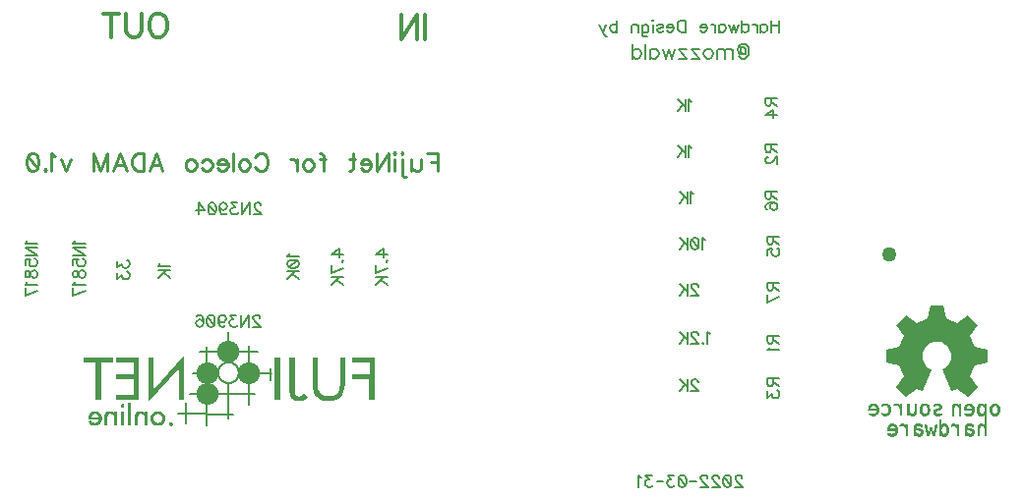
<source format=gbr>
G04 DipTrace 3.3.1.3*
G04 BottomSilk.gbr*
%MOMM*%
G04 #@! TF.FileFunction,Legend,Bot*
G04 #@! TF.Part,Single*
%ADD12C,0.076*%
%ADD16C,0.15*%
%ADD17C,1.27*%
%ADD37O,1.89767X1.88028*%
%ADD38O,1.89767X1.87942*%
%ADD39O,1.89767X1.87856*%
%ADD89C,0.15686*%
%ADD90C,0.31373*%
%ADD91C,0.23529*%
%ADD92C,0.19608*%
%FSLAX35Y35*%
G04*
G71*
G90*
G75*
G01*
G04 BotSilk*
%LPD*%
G36*
X3881502Y3351003D2*
X3838498D1*
Y2990795D1*
X3881502D1*
Y3351003D1*
G37*
G36*
X2442375Y3352209D2*
X2194853D1*
Y3310607D1*
X2296862D1*
Y2990537D1*
X2340616D1*
Y3310607D1*
X2442375D1*
Y3352209D1*
G37*
G36*
X2666395D2*
X2475378D1*
Y3311296D1*
X2622641D1*
Y3208626D1*
X2475378D1*
Y3169177D1*
X2623391D1*
Y3029986D1*
X2475378D1*
Y2990537D1*
X2666395D1*
Y3352209D1*
G37*
G36*
X3056429Y2990709D2*
Y3368058D1*
X2791906Y3077531D1*
Y3352984D1*
X2750902D1*
Y2973310D1*
X3015426Y3262286D1*
Y2990709D1*
X3056429D1*
G37*
G36*
X4008763Y3350314D2*
X3965509D1*
Y3063922D1*
X3968009Y3040149D1*
X3973260Y3022751D1*
X3980511Y3009314D1*
X3988511Y2999667D1*
X4000262Y2991140D1*
X4013763Y2985369D1*
X4029765Y2982613D1*
X4049517Y2980804D1*
X4063268D1*
X4076519Y2984163D1*
X4095521Y2993551D1*
X4108272Y3002423D1*
X4120773Y3016032D1*
X4091520Y3045317D1*
X4082519Y3034981D1*
X4074019Y3028521D1*
X4062018Y3022492D1*
X4056017Y3020339D1*
X4048767Y3019391D1*
X4038016Y3019994D1*
X4032015Y3021459D1*
X4027515Y3023526D1*
X4022264Y3027057D1*
X4017014Y3032914D1*
X4013013Y3039891D1*
X4010763Y3044887D1*
X4010013Y3051002D1*
X4009013Y3057979D1*
X4008513Y3063319D1*
X4008763Y3350314D1*
G37*
G36*
X4441301Y3350573D2*
X4397547D1*
Y3118789D1*
X4396297Y3097945D1*
X4391047Y3075033D1*
X4382296Y3055739D1*
X4374545Y3045490D1*
X4363294Y3036015D1*
X4346293Y3027402D1*
X4322041Y3021803D1*
X4301539Y3020769D1*
X4273036Y3023526D1*
X4252784Y3029727D1*
X4237783Y3038513D1*
X4230032Y3045490D1*
X4219532Y3059960D1*
X4211031Y3081579D1*
X4206030Y3115516D1*
Y3148246D1*
Y3350745D1*
X4162277D1*
Y3126627D1*
X4165277Y3087436D1*
X4172527Y3057893D1*
X4183028Y3035670D1*
X4196530Y3018099D1*
X4212781Y3004146D1*
X4232533Y2993293D1*
X4258035Y2985197D1*
X4295788Y2980890D1*
X4305539D1*
X4337292Y2983302D1*
X4365544Y2990623D1*
X4386546Y3000787D1*
X4404048Y3014051D1*
X4418799Y3032139D1*
X4430300Y3054189D1*
X4438301Y3084336D1*
X4441551Y3126369D1*
X4441301Y3350573D1*
G37*
X3809745Y3222148D2*
D16*
X3531221D1*
X3612228Y3455483D2*
Y2943767D1*
X3797244Y3261081D2*
Y3154965D1*
X3687985Y3402855D2*
X3193941D1*
X3436463Y3574002D2*
Y3316722D1*
X3253697Y3448850D2*
Y2773654D1*
X3475466Y2866764D2*
X3008425Y2868400D1*
D37*
X3434337Y3404363D3*
G36*
X4504307Y3351348D2*
X4695073D1*
Y2988470D1*
X4651070D1*
Y3168746D1*
X4504307D1*
Y3208109D1*
X4652320D1*
Y3310952D1*
X4504307D1*
Y3351348D1*
G37*
D38*
X3616604Y3219909D3*
X3255572D3*
D39*
Y3037522D3*
X3349955Y3224259D2*
D16*
X3350170Y3230522D1*
X3350815Y3236756D1*
X3351886Y3242928D1*
X3353379Y3249009D1*
X3355285Y3254970D1*
X3357596Y3260781D1*
X3360300Y3266414D1*
X3363385Y3271842D1*
X3366835Y3277038D1*
X3370633Y3281977D1*
X3374761Y3286635D1*
X3379198Y3290988D1*
X3383924Y3295017D1*
X3388915Y3298701D1*
X3394146Y3302022D1*
X3399593Y3304965D1*
X3405229Y3307514D1*
X3411026Y3309658D1*
X3416956Y3311385D1*
X3422990Y3312688D1*
X3429099Y3313560D1*
X3435253Y3313998D1*
X3441422D1*
X3447576Y3313560D1*
X3453685Y3312688D1*
X3459720Y3311385D1*
X3465650Y3309658D1*
X3471447Y3307514D1*
X3477082Y3304965D1*
X3482529Y3302022D1*
X3487761Y3298701D1*
X3492752Y3295017D1*
X3497477Y3290988D1*
X3501915Y3286635D1*
X3506043Y3281977D1*
X3509841Y3277038D1*
X3513291Y3271842D1*
X3516375Y3266414D1*
X3519079Y3260781D1*
X3521390Y3254970D1*
X3523297Y3249009D1*
X3524789Y3242928D1*
X3525860Y3236756D1*
X3526505Y3230522D1*
X3526721Y3224259D1*
X3526505Y3217995D1*
X3525860Y3211762D1*
X3524789Y3205590D1*
X3523297Y3199508D1*
X3521390Y3193547D1*
X3519079Y3187736D1*
X3516375Y3182103D1*
X3513291Y3176675D1*
X3509841Y3171479D1*
X3506043Y3166540D1*
X3501915Y3161883D1*
X3497477Y3157529D1*
X3492752Y3153500D1*
X3487761Y3149816D1*
X3482529Y3146495D1*
X3477082Y3143553D1*
X3471447Y3141003D1*
X3465650Y3138860D1*
X3459720Y3137132D1*
X3453685Y3135829D1*
X3447576Y3134957D1*
X3441422Y3134520D1*
X3435253D1*
X3429099Y3134957D1*
X3422990Y3135829D1*
X3416956Y3137132D1*
X3411026Y3138860D1*
X3405229Y3141003D1*
X3399593Y3143553D1*
X3394146Y3146495D1*
X3388915Y3149816D1*
X3383924Y3153500D1*
X3379198Y3157529D1*
X3374761Y3161883D1*
X3370633Y3166540D1*
X3366835Y3171479D1*
X3363385Y3176675D1*
X3360300Y3182103D1*
X3357596Y3187736D1*
X3355285Y3193547D1*
X3353379Y3199508D1*
X3351886Y3205590D1*
X3350815Y3211762D1*
X3350170Y3217995D1*
X3349955Y3224259D1*
X3070930Y2968228D2*
Y2787177D1*
X3663233Y3044370D2*
X3109934D1*
X3130186Y3222062D2*
X3329953D1*
X3436463Y3130675D2*
X3434963Y2832827D1*
G36*
X9708526Y3079840D2*
X9664926Y3061894D1*
X9659274Y3064574D1*
X9584186Y3248817D1*
X9585455Y3253595D1*
X9601142Y3261753D1*
X9615329Y3272241D1*
X9628478Y3284477D1*
X9641281Y3301142D1*
X9648893Y3317574D1*
X9655699Y3337035D1*
X9658928Y3354865D1*
X9659620Y3375958D1*
X9656737Y3394837D1*
X9653161Y3407773D1*
X9645779Y3424670D1*
X9635744Y3440636D1*
X9623403Y3455086D1*
X9608293Y3467905D1*
X9592491Y3477228D1*
X9573690Y3485269D1*
X9554543Y3489814D1*
X9536550Y3491329D1*
X9522708Y3490280D1*
X9502985Y3486667D1*
X9484415Y3479908D1*
X9468382Y3470702D1*
X9453964Y3460097D1*
X9439431Y3444714D1*
X9429281Y3429914D1*
X9420054Y3411036D1*
X9415094Y3393439D1*
X9413248Y3379920D1*
X9412556Y3361158D1*
X9414517Y3342862D1*
X9419823Y3323750D1*
X9428589Y3304405D1*
X9439662Y3289255D1*
X9451773Y3276203D1*
X9467344Y3264317D1*
X9485107Y3254295D1*
X9487414Y3251032D1*
X9486952Y3246953D1*
X9411980Y3063642D1*
X9406443Y3061777D1*
X9362382Y3079957D1*
X9268724Y3017377D1*
X9266302D1*
X9186254Y3096738D1*
X9186023Y3100118D1*
X9249116Y3193230D1*
X9210130Y3287507D1*
X9097555Y3309416D1*
X9097786Y3425253D1*
X9210707Y3447045D1*
X9249231Y3540157D1*
X9184639Y3636183D1*
X9267224Y3718108D1*
X9361921Y3654246D1*
X9455810Y3692470D1*
X9477725Y3805160D1*
X9593760Y3805393D1*
X9616136Y3692587D1*
X9709448Y3654013D1*
X9804491Y3717875D1*
X9886730Y3636183D1*
X9822830Y3541206D1*
X9861355Y3447278D1*
X9974160Y3425370D1*
Y3309183D1*
X9861355Y3286925D1*
X9823061Y3194861D1*
X9886499Y3099069D1*
X9804721Y3016212D1*
X9710948Y3079724D1*
X9708526Y3079840D1*
G37*
D17*
X9128213Y4238713D3*
X2576006Y2964469D2*
D12*
X2591206D1*
X2576006Y2960669D2*
X2591206D1*
X2576006Y2956869D2*
X2591206D1*
X2519006Y2953069D2*
X2530406D1*
X2576006D2*
X2591206D1*
X2515498Y2949269D2*
X2532160D1*
X2576006D2*
X2591206D1*
X2512899Y2945469D2*
X2533236D1*
X2576006D2*
X2591206D1*
X2512082Y2941669D2*
X2533644D1*
X2576006D2*
X2591206D1*
X2512610Y2937869D2*
X2533302D1*
X2576006D2*
X2591206D1*
X2515456Y2934069D2*
X2532105D1*
X2576006D2*
X2591206D1*
X2519006Y2930269D2*
X2530406D1*
X2576006D2*
X2591206D1*
X2576006Y2926469D2*
X2591206D1*
X2576006Y2922669D2*
X2591206D1*
X2576006Y2918869D2*
X2591206D1*
X2576006Y2915069D2*
X2591206D1*
X2576006Y2911269D2*
X2591206D1*
X2576006Y2907469D2*
X2591206D1*
X2576006Y2903669D2*
X2591206D1*
X2576006Y2899869D2*
X2591206D1*
X2576006Y2896069D2*
X2591206D1*
X2576006Y2892269D2*
X2591206D1*
X2272006Y2888469D2*
X2302406D1*
X2397406D2*
X2427806D1*
X2576006D2*
X2591206D1*
X2659606D2*
X2690006D1*
X2811606D2*
X2842006D1*
X2263413Y2884669D2*
X2309259D1*
X2390697D2*
X2434816D1*
X2454406D2*
X2473406D1*
X2515206D2*
X2530406D1*
X2576006D2*
X2591206D1*
X2652897D2*
X2697016D1*
X2716606D2*
X2735606D1*
X2803710D2*
X2850613D1*
X2256433Y2880869D2*
X2315281D1*
X2385177D2*
X2441442D1*
X2453707D2*
X2473406D1*
X2515206D2*
X2530406D1*
X2576006D2*
X2591206D1*
X2647377D2*
X2703642D1*
X2715907D2*
X2735606D1*
X2796786D2*
X2857727D1*
X2251293Y2877069D2*
X2320339D1*
X2381149D2*
X2447901D1*
X2452374D2*
X2473406D1*
X2515206D2*
X2530406D1*
X2576006D2*
X2591206D1*
X2643349D2*
X2710101D1*
X2714574D2*
X2735606D1*
X2790912D2*
X2863352D1*
X2247555Y2873269D2*
X2272753D1*
X2297859D2*
X2324623D1*
X2378205D2*
X2405897D1*
X2431431D2*
X2473406D1*
X2515206D2*
X2530406D1*
X2576006D2*
X2591206D1*
X2640405D2*
X2668097D1*
X2693631D2*
X2735606D1*
X2786090D2*
X2816899D1*
X2836712D2*
X2867999D1*
X2244512Y2869469D2*
X2266745D1*
X2303867D2*
X2328191D1*
X2375860D2*
X2400377D1*
X2438262D2*
X2473406D1*
X2515206D2*
X2530406D1*
X2576006D2*
X2591206D1*
X2638060D2*
X2662577D1*
X2700462D2*
X2735606D1*
X2782223D2*
X2808655D1*
X2844957D2*
X2872032D1*
X2241849Y2865669D2*
X2261821D1*
X2308806D2*
X2331053D1*
X2373913D2*
X2396364D1*
X2443820D2*
X2473406D1*
X2515206D2*
X2530406D1*
X2576006D2*
X2591206D1*
X2636113D2*
X2658564D1*
X2706020D2*
X2735606D1*
X2779111D2*
X2802324D1*
X2851287D2*
X2875476D1*
X2239757Y2861869D2*
X2258022D1*
X2312724D2*
X2333420D1*
X2372440D2*
X2393554D1*
X2447844D2*
X2473406D1*
X2515206D2*
X2530406D1*
X2576006D2*
X2591206D1*
X2634640D2*
X2655754D1*
X2710044D2*
X2735606D1*
X2776340D2*
X2797438D1*
X2856188D2*
X2878271D1*
X2238132Y2858069D2*
X2255364D1*
X2315732D2*
X2335513D1*
X2371561D2*
X2391692D1*
X2450657D2*
X2473406D1*
X2515206D2*
X2530406D1*
X2576006D2*
X2591206D1*
X2633761D2*
X2653892D1*
X2712857D2*
X2735606D1*
X2773801D2*
X2793722D1*
X2860023D2*
X2880498D1*
X2236662Y2854269D2*
X2253490D1*
X2318031D2*
X2337358D1*
X2371123D2*
X2390655D1*
X2452519D2*
X2473406D1*
X2515206D2*
X2530406D1*
X2576006D2*
X2591206D1*
X2633323D2*
X2652855D1*
X2714719D2*
X2735606D1*
X2771868D2*
X2791119D1*
X2862977D2*
X2882232D1*
X2235444Y2850469D2*
X2251920D1*
X2319666D2*
X2338793D1*
X2370930D2*
X2390157D1*
X2453556D2*
X2473406D1*
X2515206D2*
X2530406D1*
X2576006D2*
X2591206D1*
X2633130D2*
X2652357D1*
X2715756D2*
X2735606D1*
X2770609D2*
X2789272D1*
X2865250D2*
X2883649D1*
X2234683Y2846669D2*
X2250653D1*
X2320614D2*
X2339657D1*
X2370852D2*
X2389941D1*
X2454055D2*
X2473406D1*
X2515206D2*
X2530406D1*
X2576006D2*
X2591206D1*
X2633052D2*
X2652141D1*
X2716255D2*
X2735606D1*
X2769570D2*
X2787713D1*
X2866873D2*
X2885019D1*
X2234294Y2842869D2*
X2249819D1*
X2321100D2*
X2340091D1*
X2370822D2*
X2389855D1*
X2454270D2*
X2473406D1*
X2515206D2*
X2530406D1*
X2576006D2*
X2591206D1*
X2633022D2*
X2652055D1*
X2716470D2*
X2735606D1*
X2768417D2*
X2786462D1*
X2867813D2*
X2886195D1*
X2234119Y2839069D2*
X2340283D1*
X2370811D2*
X2389823D1*
X2454356D2*
X2473406D1*
X2515206D2*
X2530406D1*
X2576006D2*
X2591206D1*
X2633011D2*
X2652023D1*
X2716556D2*
X2735606D1*
X2767345D2*
X2785689D1*
X2868275D2*
X2886938D1*
X2234048Y2835269D2*
X2340360D1*
X2370808D2*
X2389812D1*
X2454388D2*
X2473406D1*
X2515206D2*
X2530406D1*
X2576006D2*
X2591206D1*
X2633008D2*
X2652012D1*
X2716588D2*
X2735606D1*
X2766661D2*
X2785296D1*
X2868477D2*
X2887321D1*
X2234020Y2831469D2*
X2340390D1*
X2370806D2*
X2389808D1*
X2454400D2*
X2473406D1*
X2515206D2*
X2530406D1*
X2576006D2*
X2591206D1*
X2633006D2*
X2652008D1*
X2716600D2*
X2735606D1*
X2766429D2*
X2785135D1*
X2868558D2*
X2887479D1*
X2234006Y2827669D2*
X2340385D1*
X2370806D2*
X2389806D1*
X2454404D2*
X2473406D1*
X2515206D2*
X2530406D1*
X2576006D2*
X2591206D1*
X2633006D2*
X2652006D1*
X2716604D2*
X2735606D1*
X2766747D2*
X2785197D1*
X2868574D2*
X2887416D1*
X2321391Y2823869D2*
X2340256D1*
X2370806D2*
X2389806D1*
X2454405D2*
X2473406D1*
X2515206D2*
X2530406D1*
X2576006D2*
X2591206D1*
X2633006D2*
X2652006D1*
X2716605D2*
X2735606D1*
X2767589D2*
X2785654D1*
X2868452D2*
X2886958D1*
X2321257Y2820069D2*
X2339773D1*
X2370806D2*
X2389806D1*
X2454406D2*
X2473406D1*
X2515206D2*
X2530406D1*
X2576006D2*
X2591206D1*
X2633006D2*
X2652006D1*
X2716606D2*
X2735606D1*
X2768552D2*
X2786569D1*
X2867956D2*
X2886043D1*
X2320758Y2816269D2*
X2338848D1*
X2370806D2*
X2389806D1*
X2454406D2*
X2473406D1*
X2515206D2*
X2530406D1*
X2576006D2*
X2591206D1*
X2633006D2*
X2652006D1*
X2716606D2*
X2735606D1*
X2769354D2*
X2787688D1*
X2866899D2*
X2884939D1*
X2319700Y2812469D2*
X2337740D1*
X2370806D2*
X2389806D1*
X2454406D2*
X2473406D1*
X2515206D2*
X2530406D1*
X2576006D2*
X2591206D1*
X2633006D2*
X2652006D1*
X2716606D2*
X2735606D1*
X2770321D2*
X2788982D1*
X2865293D2*
X2883778D1*
X2241606Y2808669D2*
X2249206D1*
X2318093D2*
X2336578D1*
X2370806D2*
X2389806D1*
X2454406D2*
X2473406D1*
X2515206D2*
X2530406D1*
X2576006D2*
X2591206D1*
X2633006D2*
X2652006D1*
X2716606D2*
X2735606D1*
X2771890D2*
X2790877D1*
X2863087D2*
X2882367D1*
X2238147Y2804869D2*
X2251411D1*
X2315872D2*
X2335167D1*
X2370806D2*
X2389806D1*
X2454406D2*
X2473406D1*
X2515206D2*
X2530406D1*
X2576006D2*
X2591206D1*
X2633006D2*
X2652006D1*
X2716606D2*
X2735606D1*
X2773989D2*
X2793585D1*
X2860188D2*
X2880599D1*
X2236559Y2801069D2*
X2254844D1*
X2312765D2*
X2333399D1*
X2370806D2*
X2389806D1*
X2454406D2*
X2473406D1*
X2515206D2*
X2530406D1*
X2576006D2*
X2591206D1*
X2633006D2*
X2652006D1*
X2716606D2*
X2735606D1*
X2776285D2*
X2797203D1*
X2856476D2*
X2878327D1*
X2238670Y2797269D2*
X2260504D1*
X2308905D2*
X2331127D1*
X2370806D2*
X2389806D1*
X2454406D2*
X2473406D1*
X2515206D2*
X2530406D1*
X2576006D2*
X2591206D1*
X2633006D2*
X2652006D1*
X2716606D2*
X2735606D1*
X2778867D2*
X2802748D1*
X2850890D2*
X2875432D1*
X2933206D2*
X2944606D1*
X2241303Y2793469D2*
X2270096D1*
X2299518D2*
X2328217D1*
X2370806D2*
X2389806D1*
X2454406D2*
X2473406D1*
X2515206D2*
X2530406D1*
X2576006D2*
X2591206D1*
X2633006D2*
X2652006D1*
X2716606D2*
X2735606D1*
X2782034D2*
X2812445D1*
X2841176D2*
X2872067D1*
X2930153D2*
X2947659D1*
X2244832Y2789669D2*
X2284738D1*
X2285393D2*
X2324703D1*
X2370806D2*
X2389806D1*
X2454406D2*
X2473406D1*
X2515206D2*
X2530406D1*
X2576006D2*
X2591206D1*
X2633006D2*
X2652006D1*
X2716606D2*
X2735606D1*
X2785957D2*
X2827563D1*
X2826051D2*
X2868301D1*
X2927945D2*
X2949867D1*
X2249427Y2785869D2*
X2320325D1*
X2370806D2*
X2389806D1*
X2454406D2*
X2473406D1*
X2515206D2*
X2530406D1*
X2576006D2*
X2591206D1*
X2633006D2*
X2652006D1*
X2716606D2*
X2735606D1*
X2790782D2*
X2863805D1*
X2926460D2*
X2951351D1*
X2255012Y2782069D2*
X2314488D1*
X2370806D2*
X2389806D1*
X2454406D2*
X2473406D1*
X2515206D2*
X2530406D1*
X2576006D2*
X2591206D1*
X2633006D2*
X2652006D1*
X2716606D2*
X2735606D1*
X2796669D2*
X2857918D1*
X2926418D2*
X2951394D1*
X2261425Y2778269D2*
X2306990D1*
X2370806D2*
X2389806D1*
X2454406D2*
X2473406D1*
X2515206D2*
X2530406D1*
X2576006D2*
X2591206D1*
X2633006D2*
X2652006D1*
X2716606D2*
X2735606D1*
X2803760D2*
X2850400D1*
X2927993D2*
X2949818D1*
X2268206Y2774469D2*
X2298606D1*
X2370806D2*
X2389806D1*
X2454406D2*
X2473406D1*
X2515206D2*
X2530406D1*
X2576006D2*
X2591206D1*
X2633006D2*
X2652006D1*
X2716606D2*
X2735606D1*
X2811606D2*
X2842006D1*
X2930392D2*
X2947419D1*
X2933206Y2770669D2*
X2944606D1*
X9683894Y2957251D2*
X9702894D1*
X9797894D2*
X9820694D1*
X9904294D2*
X9927094D1*
X10018294D2*
X10044894D1*
X9678500Y2953451D2*
X9708605D1*
X9725694D2*
X9737094D1*
X9791186D2*
X9828003D1*
X9899340D2*
X9933361D1*
X9946094D2*
X9957494D1*
X10012755D2*
X10051603D1*
X9674229Y2949651D2*
X9714090D1*
X9724996D2*
X9737094D1*
X9785666D2*
X9833971D1*
X9894911D2*
X9939669D1*
X9944313D2*
X9957494D1*
X10007997D2*
X10057123D1*
X9671287Y2945851D2*
X9719770D1*
X9723662D2*
X9737094D1*
X9781637D2*
X9838742D1*
X9891435D2*
X9957494D1*
X10004144D2*
X10061152D1*
X9669275Y2942051D2*
X9687854D1*
X9710480D2*
X9737094D1*
X9778694D2*
X9798786D1*
X9819933D2*
X9842532D1*
X9888736D2*
X9908109D1*
X9930880D2*
X9957494D1*
X10001143D2*
X10022986D1*
X10044880D2*
X10064095D1*
X9667646Y2938251D2*
X9684690D1*
X9714131D2*
X9737094D1*
X9776348D2*
X9793266D1*
X9825822D2*
X9845472D1*
X9886490D2*
X9904458D1*
X9934531D2*
X9957494D1*
X9998717D2*
X10017466D1*
X10048531D2*
X10066441D1*
X9666366Y2934451D2*
X9682418D1*
X9717313D2*
X9737094D1*
X9774401D2*
X9789252D1*
X9830395D2*
X9847755D1*
X9884581D2*
X9901290D1*
X9937713D2*
X9957494D1*
X9996601D2*
X10013452D1*
X10051713D2*
X10068388D1*
X9665583Y2930651D2*
X9681002D1*
X9719704D2*
X9737094D1*
X9772928D2*
X9786442D1*
X9833754D2*
X9849510D1*
X9883121D2*
X9899018D1*
X9940104D2*
X9957494D1*
X9994747D2*
X10010642D1*
X10054104D2*
X10069861D1*
X9665186Y2926851D2*
X9679898D1*
X9721471D2*
X9737094D1*
X9772050D2*
X9784581D1*
X9836214D2*
X9850934D1*
X9882248D2*
X9897602D1*
X9941871D2*
X9957494D1*
X9993309D2*
X10008781D1*
X10055871D2*
X10070754D1*
X9665009Y2923051D2*
X9678720D1*
X9723001D2*
X9737094D1*
X9771597D2*
X9783541D1*
X9837926D2*
X9852307D1*
X9881811D2*
X9896498D1*
X9943401D2*
X9957494D1*
X9992443D2*
X10007744D1*
X10057401D2*
X10071325D1*
X9664937Y2919251D2*
X9677639D1*
X9724244D2*
X9737094D1*
X9771270D2*
X9783018D1*
X9838964D2*
X9853483D1*
X9881618D2*
X9895320D1*
X9944644D2*
X9957494D1*
X9992010D2*
X10007245D1*
X10058644D2*
X10072003D1*
X9664910Y2915451D2*
X9676936D1*
X9725013D2*
X9737094D1*
X9770705D2*
X9854227D1*
X9881540D2*
X9894239D1*
X9945413D2*
X9957494D1*
X9991818D2*
X10007030D1*
X10059413D2*
X10072991D1*
X9664900Y2911651D2*
X9676570D1*
X9725405D2*
X9737094D1*
X9769733D2*
X9854610D1*
X9881511D2*
X9893536D1*
X9945805D2*
X9957494D1*
X9991740D2*
X10006944D1*
X10059805D2*
X10073981D1*
X9664896Y2907851D2*
X9676403D1*
X9725581D2*
X9737094D1*
X9768591D2*
X9854782D1*
X9881500D2*
X9893184D1*
X9945981D2*
X9957494D1*
X9991711D2*
X10006912D1*
X10059981D2*
X10074520D1*
X9664895Y2904051D2*
X9676335D1*
X9725652D2*
X9737094D1*
X9767494D2*
X9854838D1*
X9881496D2*
X9893152D1*
X9946037D2*
X9957494D1*
X9991700D2*
X10006900D1*
X10060037D2*
X10074392D1*
X9664895Y2900251D2*
X9676309D1*
X9725679D2*
X9737094D1*
X9839680D2*
X9854731D1*
X9881495D2*
X9893568D1*
X9945931D2*
X9957494D1*
X9991696D2*
X10006896D1*
X10059931D2*
X10073644D1*
X9664895Y2896451D2*
X9676299D1*
X9725689D2*
X9737094D1*
X9839546D2*
X9854257D1*
X9881495D2*
X9894452D1*
X9945457D2*
X9957494D1*
X9991710D2*
X10006910D1*
X10059457D2*
X10072737D1*
X9664894Y2892651D2*
X9676296D1*
X9725693D2*
X9737094D1*
X9839047D2*
X9853335D1*
X9881509D2*
X9895431D1*
X9944535D2*
X9957494D1*
X9991843D2*
X10007043D1*
X10058535D2*
X10072085D1*
X9664894Y2888851D2*
X9676295D1*
X9725694D2*
X9737094D1*
X9837988D2*
X9852228D1*
X9881643D2*
X9896239D1*
X9943414D2*
X9957494D1*
X9992342D2*
X10007542D1*
X10057414D2*
X10071609D1*
X9664894Y2885051D2*
X9676295D1*
X9725694D2*
X9737094D1*
X9836367D2*
X9851067D1*
X9882142D2*
X9897223D1*
X9942118D2*
X9957494D1*
X9993386D2*
X10008615D1*
X10056118D2*
X10070952D1*
X9664894Y2881251D2*
X9676295D1*
X9725694D2*
X9737094D1*
X9833923D2*
X9849656D1*
X9883186D2*
X9899001D1*
X9940149D2*
X9957494D1*
X9994859D2*
X10010445D1*
X10054149D2*
X10069843D1*
X9664894Y2877451D2*
X9676294D1*
X9725694D2*
X9737094D1*
X9830614D2*
X9847888D1*
X9884659D2*
X9901565D1*
X9937469D2*
X9957494D1*
X9996580D2*
X10012989D1*
X10051469D2*
X10068344D1*
X9664894Y2873651D2*
X9676294D1*
X9725694D2*
X9737094D1*
X9771294D2*
X9782694D1*
X9821426D2*
X9845616D1*
X9886395D2*
X9908263D1*
X9930746D2*
X9957494D1*
X9998540D2*
X10021084D1*
X10044746D2*
X10066598D1*
X9664894Y2869851D2*
X9676294D1*
X9725694D2*
X9737094D1*
X9771859D2*
X9804782D1*
X9807411D2*
X9842691D1*
X9888488D2*
X9918430D1*
X9920566D2*
X9957494D1*
X10000921D2*
X10033518D1*
X10034566D2*
X10064487D1*
X9664894Y2866051D2*
X9676294D1*
X9725694D2*
X9737094D1*
X9773851D2*
X9839051D1*
X9891342D2*
X9957494D1*
X10004002D2*
X10061488D1*
X9664894Y2862251D2*
X9676294D1*
X9725694D2*
X9737094D1*
X9779033D2*
X9834275D1*
X9895217D2*
X9937796D1*
X9946094D2*
X9957494D1*
X10007955D2*
X10057025D1*
X9664894Y2858451D2*
X9676294D1*
X9725694D2*
X9737094D1*
X9786051D2*
X9827959D1*
X9899693D2*
X9932662D1*
X9946094D2*
X9957494D1*
X10012855D2*
X10051250D1*
X9794094Y2854651D2*
X9820694D1*
X9904294D2*
X9927094D1*
X9946094D2*
X9957494D1*
X10018294D2*
X10044894D1*
X9946094Y2850851D2*
X9957494D1*
X9946094Y2847051D2*
X9957494D1*
X9946094Y2843251D2*
X9957494D1*
X9946094Y2839451D2*
X9957494D1*
X9946094Y2835651D2*
X9957494D1*
X9946094Y2831851D2*
X9957494D1*
X9946094Y2828051D2*
X9957494D1*
X9946094Y2824251D2*
X9957494D1*
X9946094Y2820451D2*
X9957494D1*
X8974300Y2958999D2*
X8997100D1*
X9073100D2*
X9103500D1*
X9171900D2*
X9194700D1*
X9415100D2*
X9441700D1*
X9521500D2*
X9551900D1*
X8967592Y2955199D2*
X9004408D1*
X9068293D2*
X9109497D1*
X9167092D2*
X9200410D1*
X9217500D2*
X9228900D1*
X9282100D2*
X9293500D1*
X9342900D2*
X9354300D1*
X9409561D2*
X9448409D1*
X9516693D2*
X9558151D1*
X8962071Y2951399D2*
X9010376D1*
X9064425D2*
X9114843D1*
X9163220D2*
X9205895D1*
X9216801D2*
X9228900D1*
X9282100D2*
X9293500D1*
X9342900D2*
X9354300D1*
X9404803D2*
X9453929D1*
X9512825D2*
X9563098D1*
X8958043Y2947599D2*
X9015147D1*
X9063010D2*
X9119254D1*
X9161685D2*
X9211576D1*
X9215468D2*
X9228900D1*
X9282100D2*
X9293500D1*
X9342900D2*
X9354300D1*
X9400950D2*
X9457957D1*
X9511410D2*
X9566687D1*
X8955099Y2943799D2*
X8975192D1*
X8996338D2*
X9018938D1*
X9062213D2*
X9073100D1*
X9098938D2*
X9122841D1*
X9160500D2*
X9171900D1*
X9194396D2*
X9228900D1*
X9282100D2*
X9293500D1*
X9342900D2*
X9354300D1*
X9397949D2*
X9419792D1*
X9441685D2*
X9460901D1*
X9510613D2*
X9521500D1*
X9547194D2*
X9569381D1*
X8952754Y2939999D2*
X8969671D1*
X9002227D2*
X9021878D1*
X9061700D2*
X9065500D1*
X9104827D2*
X9125813D1*
X9200858D2*
X9228900D1*
X9282100D2*
X9293500D1*
X9342900D2*
X9354300D1*
X9395523D2*
X9414271D1*
X9445337D2*
X9463246D1*
X9510100D2*
D3*
X9552581D2*
X9571487D1*
X8950807Y2936199D2*
X8965658D1*
X9006801D2*
X9024161D1*
X9109401D2*
X9128050D1*
X9205856D2*
X9228900D1*
X9282100D2*
X9293500D1*
X9342900D2*
X9354300D1*
X9393407D2*
X9410258D1*
X9448519D2*
X9465193D1*
X9556723D2*
X9573012D1*
X8949334Y2932399D2*
X8962848D1*
X9010159D2*
X9025916D1*
X9112759D2*
X9129736D1*
X9209346D2*
X9228900D1*
X9282100D2*
X9293500D1*
X9342900D2*
X9354300D1*
X9391552D2*
X9407448D1*
X9450910D2*
X9466666D1*
X9558352D2*
X9573782D1*
X8948456Y2928599D2*
X8960986D1*
X9012620D2*
X9027340D1*
X9115219D2*
X9131230D1*
X9211694D2*
X9228900D1*
X9282100D2*
X9293500D1*
X9342900D2*
X9354300D1*
X9390115D2*
X9405586D1*
X9452677D2*
X9467559D1*
X9558467D2*
X9573730D1*
X8948003Y2924799D2*
X8959946D1*
X9014331D2*
X9028712D1*
X9116920D2*
X9132458D1*
X9213377D2*
X9228900D1*
X9282100D2*
X9293500D1*
X9342900D2*
X9354300D1*
X9389249D2*
X9404550D1*
X9454207D2*
X9468131D1*
X9556226D2*
X9572868D1*
X8947676Y2920999D2*
X8959424D1*
X9015370D2*
X9029889D1*
X9117890D2*
X9133221D1*
X9214852D2*
X9228900D1*
X9282100D2*
X9293500D1*
X9342900D2*
X9354300D1*
X9388815D2*
X9404051D1*
X9455449D2*
X9468809D1*
X9549073D2*
X9571341D1*
X8947110Y2917199D2*
X9030633D1*
X9118364D2*
X9133612D1*
X9216067D2*
X9228900D1*
X9282100D2*
X9293500D1*
X9342900D2*
X9354300D1*
X9388623D2*
X9403836D1*
X9456218D2*
X9469797D1*
X9539537D2*
X9569135D1*
X8946139Y2913399D2*
X9031016D1*
X9118570D2*
X9133787D1*
X9216825D2*
X9228900D1*
X9282100D2*
X9293500D1*
X9342900D2*
X9354300D1*
X9388546D2*
X9403750D1*
X9456611D2*
X9470786D1*
X9529485D2*
X9565950D1*
X8944997Y2909599D2*
X9031188D1*
X9118652D2*
X9133858D1*
X9217213D2*
X9228900D1*
X9282100D2*
X9293515D1*
X9342900D2*
X9354300D1*
X9388516D2*
X9403718D1*
X9456786D2*
X9471326D1*
X9521044D2*
X9561095D1*
X8943900Y2905799D2*
X9031243D1*
X9118683D2*
X9133885D1*
X9217387D2*
X9228900D1*
X9282100D2*
X9293649D1*
X9342900D2*
X9354300D1*
X9388506D2*
X9403706D1*
X9456843D2*
X9471198D1*
X9514972D2*
X9553606D1*
X9016085Y2901999D2*
X9031137D1*
X9118679D2*
X9133880D1*
X9217458D2*
X9228900D1*
X9282100D2*
X9294133D1*
X9342885D2*
X9354300D1*
X9388502D2*
X9403702D1*
X9456737D2*
X9470450D1*
X9510985D2*
X9543829D1*
X9015952Y2898199D2*
X9030662D1*
X9118550D2*
X9133750D1*
X9217485D2*
X9228900D1*
X9282100D2*
X9295043D1*
X9342752D2*
X9354300D1*
X9388516D2*
X9403716D1*
X9456262D2*
X9469543D1*
X9508430D2*
X9534076D1*
X9015453Y2894399D2*
X9029741D1*
X9118052D2*
X9133267D1*
X9217495D2*
X9228900D1*
X9282100D2*
X9296032D1*
X9342267D2*
X9354300D1*
X9388649D2*
X9403849D1*
X9455341D2*
X9468891D1*
X9506683D2*
X9526589D1*
X9014394Y2890599D2*
X9028634D1*
X9116994D2*
X9132342D1*
X9217498D2*
X9228900D1*
X9282100D2*
X9296843D1*
X9341342D2*
X9354300D1*
X9389148D2*
X9404348D1*
X9454219D2*
X9468414D1*
X9505312D2*
X9521086D1*
X9012772Y2886799D2*
X9027472D1*
X9115372D2*
X9131220D1*
X9217500D2*
X9228900D1*
X9282100D2*
X9297828D1*
X9340220D2*
X9354285D1*
X9390191D2*
X9405421D1*
X9452924D2*
X9467757D1*
X9504237D2*
X9519064D1*
X9010329Y2882999D2*
X9026062D1*
X9112929D2*
X9129939D1*
X9217500D2*
X9228900D1*
X9282100D2*
X9299607D1*
X9338850D2*
X9354152D1*
X9391665D2*
X9407251D1*
X9450955D2*
X9466648D1*
X9504651D2*
X9518746D1*
X9007020Y2879199D2*
X9024293D1*
X9061700D2*
D3*
X9109620D2*
X9128163D1*
X9217500D2*
X9228900D1*
X9282100D2*
X9302170D1*
X9337013D2*
X9353653D1*
X9393386D2*
X9409795D1*
X9448275D2*
X9465149D1*
X9505447D2*
X9520716D1*
X8947700Y2875399D2*
X8959100D1*
X8997831D2*
X9022021D1*
X9061730D2*
X9065500D1*
X9100431D2*
X9125835D1*
X9217500D2*
X9228900D1*
X9282100D2*
X9308869D1*
X9330816D2*
X9352594D1*
X9395345D2*
X9417889D1*
X9441552D2*
X9463404D1*
X9506584D2*
X9529118D1*
X9570900D2*
X9574700D1*
X8948264Y2871599D2*
X8981188D1*
X8983817D2*
X9019096D1*
X9062027D2*
X9083788D1*
X9086417D2*
X9122999D1*
X9217500D2*
X9228900D1*
X9282100D2*
X9319036D1*
X9320955D2*
X9350972D1*
X9397727D2*
X9430324D1*
X9431372D2*
X9461293D1*
X9508427D2*
X9542680D1*
X9545013D2*
X9574496D1*
X8950257Y2867799D2*
X9015457D1*
X9062739D2*
X9119360D1*
X9217500D2*
X9228900D1*
X9282100D2*
X9348622D1*
X9400808D2*
X9458294D1*
X9511224D2*
X9574002D1*
X8955439Y2863999D2*
X9010680D1*
X9066211D2*
X9114752D1*
X9217500D2*
X9228900D1*
X9282100D2*
X9293500D1*
X9305599D2*
X9345168D1*
X9404761D2*
X9453831D1*
X9515047D2*
X9571208D1*
X8962456Y2860199D2*
X9004364D1*
X9071175D2*
X9109343D1*
X9217500D2*
X9228900D1*
X9282100D2*
X9293500D1*
X9310732D2*
X9340551D1*
X9409661D2*
X9448056D1*
X9519891D2*
X9564076D1*
X8970500Y2856399D2*
X8997100D1*
X9076900D2*
X9103500D1*
X9316300D2*
X9335300D1*
X9415100D2*
X9441700D1*
X9525300D2*
X9555700D1*
X9554933Y2817463D2*
X9570133D1*
X9946333D2*
X9957733D1*
X9554933Y2813663D2*
X9570133D1*
X9946333D2*
X9957733D1*
X9554933Y2809863D2*
X9570133D1*
X9946333D2*
X9957733D1*
X9554933Y2806063D2*
X9570133D1*
X9946333D2*
X9957733D1*
X9554933Y2802263D2*
X9570133D1*
X9946333D2*
X9957733D1*
X9554933Y2798463D2*
X9570133D1*
X9946333D2*
X9957733D1*
X9554933Y2794663D2*
X9570133D1*
X9946333D2*
X9957733D1*
X9554933Y2790863D2*
X9570133D1*
X9946333D2*
X9957733D1*
X9554933Y2787063D2*
X9570148D1*
X9946333D2*
X9957733D1*
X9136933Y2783263D2*
X9159733D1*
X9224333D2*
X9247133D1*
X9357333D2*
X9387733D1*
X9554933D2*
X9570293D1*
X9585333D2*
X9608133D1*
X9665133D2*
X9687933D1*
X9798133D2*
X9828533D1*
X9904533D2*
X9923533D1*
X9946318D2*
X9957733D1*
X9130225Y2779463D2*
X9167041D1*
X9219525D2*
X9252843D1*
X9269933D2*
X9281333D1*
X9351779D2*
X9396049D1*
X9429533D2*
X9440933D1*
X9520733D2*
X9535933D1*
X9554933D2*
X9570880D1*
X9580835D2*
X9613672D1*
X9660341D2*
X9693643D1*
X9710733D2*
X9722133D1*
X9792579D2*
X9836849D1*
X9899139D2*
X9929243D1*
X9946174D2*
X9957733D1*
X9124704Y2775663D2*
X9173009D1*
X9215653D2*
X9258329D1*
X9269235D2*
X9281333D1*
X9346903D2*
X9402515D1*
X9429678D2*
X9442232D1*
X9520588D2*
X9534164D1*
X9554933D2*
X9572179D1*
X9575701D2*
X9618430D1*
X9656517D2*
X9699129D1*
X9710035D2*
X9722133D1*
X9787703D2*
X9843315D1*
X9894868D2*
X9934729D1*
X9945586D2*
X9957733D1*
X9120676Y2771863D2*
X9177780D1*
X9214118D2*
X9264009D1*
X9267901D2*
X9281333D1*
X9342699D2*
X9405104D1*
X9430165D2*
X9443378D1*
X9520101D2*
X9532939D1*
X9554933D2*
X9622283D1*
X9655310D2*
X9704809D1*
X9708701D2*
X9722133D1*
X9783499D2*
X9845904D1*
X9891926D2*
X9940409D1*
X9944287D2*
X9957733D1*
X9117732Y2768063D2*
X9137825D1*
X9158972D2*
X9181571D1*
X9212933D2*
X9224333D1*
X9246829D2*
X9281333D1*
X9339287D2*
X9362025D1*
X9391533D2*
X9406047D1*
X9431076D2*
X9444232D1*
X9519191D2*
X9531903D1*
X9554933D2*
X9586225D1*
X9602984D2*
X9625270D1*
X9656172D2*
X9665133D1*
X9687629D2*
X9722133D1*
X9780087D2*
X9802825D1*
X9832333D2*
X9846847D1*
X9889914D2*
X9908493D1*
X9931118D2*
X9957733D1*
X9115387Y2764263D2*
X9132304D1*
X9164860D2*
X9184511D1*
X9253292D2*
X9281333D1*
X9336930D2*
X9356504D1*
X9402933D2*
X9406733D1*
X9432065D2*
X9445089D1*
X9518201D2*
X9530748D1*
X9554933D2*
X9580704D1*
X9607931D2*
X9627577D1*
X9657533D2*
D3*
X9694092D2*
X9722133D1*
X9777730D2*
X9797304D1*
X9843733D2*
X9847533D1*
X9888284D2*
X9905328D1*
X9934770D2*
X9957733D1*
X9113440Y2760463D2*
X9128291D1*
X9169434D2*
X9186794D1*
X9258289D2*
X9281333D1*
X9335610D2*
X9352488D1*
X9432862D2*
X9446166D1*
X9517405D2*
X9529674D1*
X9554933D2*
X9576691D1*
X9611521D2*
X9629342D1*
X9699089D2*
X9722133D1*
X9776410D2*
X9793288D1*
X9887005D2*
X9903057D1*
X9937952D2*
X9957733D1*
X9111967Y2756663D2*
X9125481D1*
X9172792D2*
X9188549D1*
X9261779D2*
X9281333D1*
X9334976D2*
X9349641D1*
X9433698D2*
X9447210D1*
X9516568D2*
X9528959D1*
X9554933D2*
X9573881D1*
X9614214D2*
X9630771D1*
X9702579D2*
X9722133D1*
X9775776D2*
X9790441D1*
X9886222D2*
X9901641D1*
X9940343D2*
X9957733D1*
X9111089Y2752863D2*
X9123619D1*
X9175253D2*
X9189973D1*
X9264127D2*
X9281333D1*
X9334704D2*
X9347584D1*
X9434769D2*
X9447913D1*
X9515497D2*
X9528460D1*
X9554933D2*
X9572020D1*
X9616320D2*
X9632144D1*
X9704927D2*
X9722133D1*
X9775504D2*
X9788384D1*
X9885825D2*
X9900536D1*
X9942110D2*
X9957733D1*
X9110636Y2749063D2*
X9122579D1*
X9176965D2*
X9191345D1*
X9265810D2*
X9281333D1*
X9334595D2*
X9345933D1*
X9435825D2*
X9448409D1*
X9475133D2*
X9486533D1*
X9514456D2*
X9527809D1*
X9554933D2*
X9570983D1*
X9617860D2*
X9633321D1*
X9706610D2*
X9722133D1*
X9775395D2*
X9786733D1*
X9885648D2*
X9899358D1*
X9943640D2*
X9957733D1*
X9110309Y2745263D2*
X9122057D1*
X9178003D2*
X9192522D1*
X9267285D2*
X9281333D1*
X9334555D2*
X9369161D1*
X9436647D2*
X9449058D1*
X9474546D2*
X9488302D1*
X9513753D2*
X9526831D1*
X9554933D2*
X9570484D1*
X9618763D2*
X9634066D1*
X9708085D2*
X9722133D1*
X9775355D2*
X9809961D1*
X9885576D2*
X9898278D1*
X9944882D2*
X9957733D1*
X9109744Y2741463D2*
X9193266D1*
X9268501D2*
X9281333D1*
X9334541D2*
X9385933D1*
X9437493D2*
X9450036D1*
X9473589D2*
X9489527D1*
X9513257D2*
X9525816D1*
X9554933D2*
X9570269D1*
X9619211D2*
X9634449D1*
X9709301D2*
X9722133D1*
X9775341D2*
X9826733D1*
X9885548D2*
X9897575D1*
X9945652D2*
X9957733D1*
X9108772Y2737663D2*
X9193649D1*
X9269259D2*
X9281333D1*
X9334536D2*
X9396811D1*
X9438568D2*
X9451036D1*
X9472472D2*
X9490564D1*
X9512609D2*
X9525010D1*
X9554933D2*
X9570183D1*
X9619408D2*
X9634621D1*
X9710059D2*
X9722133D1*
X9775336D2*
X9837611D1*
X9885538D2*
X9897208D1*
X9946044D2*
X9957733D1*
X9107630Y2733863D2*
X9193821D1*
X9269646D2*
X9281333D1*
X9334534D2*
X9404542D1*
X9439625D2*
X9451723D1*
X9471322D2*
X9491734D1*
X9511631D2*
X9524170D1*
X9554933D2*
X9570151D1*
X9619487D2*
X9634691D1*
X9710446D2*
X9722133D1*
X9775334D2*
X9845342D1*
X9885535D2*
X9897042D1*
X9946219D2*
X9957733D1*
X9106533Y2730063D2*
X9193877D1*
X9269820D2*
X9281333D1*
X9334533D2*
X9346078D1*
X9383172D2*
X9407649D1*
X9440447D2*
X9452212D1*
X9470058D2*
X9478346D1*
X9486548D2*
X9492941D1*
X9510631D2*
X9523098D1*
X9554933D2*
X9570139D1*
X9619517D2*
X9634704D1*
X9710620D2*
X9722133D1*
X9775333D2*
X9786878D1*
X9823972D2*
X9848449D1*
X9885534D2*
X9896974D1*
X9946291D2*
X9957733D1*
X9178718Y2726263D2*
X9193770D1*
X9269891D2*
X9281333D1*
X9334533D2*
X9346565D1*
X9389046D2*
X9409823D1*
X9441293D2*
X9452859D1*
X9468908D2*
X9477389D1*
X9486682D2*
X9494125D1*
X9509943D2*
X9522041D1*
X9554933D2*
X9570135D1*
X9619513D2*
X9634580D1*
X9710691D2*
X9722133D1*
X9775333D2*
X9787365D1*
X9829846D2*
X9850623D1*
X9885533D2*
X9896948D1*
X9946318D2*
X9957733D1*
X9178585Y2722463D2*
X9193295D1*
X9269918D2*
X9281333D1*
X9334533D2*
X9347491D1*
X9393485D2*
X9411532D1*
X9442368D2*
X9453836D1*
X9468045D2*
X9476272D1*
X9487166D2*
X9495401D1*
X9509454D2*
X9521219D1*
X9554933D2*
X9570149D1*
X9619383D2*
X9634099D1*
X9710718D2*
X9722133D1*
X9775333D2*
X9788291D1*
X9834285D2*
X9852332D1*
X9885533D2*
X9896938D1*
X9946328D2*
X9957733D1*
X9178086Y2718663D2*
X9192374D1*
X9269928D2*
X9281333D1*
X9334533D2*
X9348599D1*
X9396859D2*
X9412829D1*
X9443410D2*
X9454851D1*
X9467168D2*
X9475122D1*
X9488091D2*
X9496556D1*
X9508793D2*
X9520373D1*
X9554933D2*
X9570282D1*
X9618885D2*
X9633190D1*
X9710728D2*
X9722133D1*
X9775333D2*
X9789399D1*
X9837659D2*
X9853629D1*
X9885533D2*
X9896935D1*
X9946332D2*
X9957733D1*
X9177027Y2714863D2*
X9191267D1*
X9269932D2*
X9281333D1*
X9334533D2*
X9349761D1*
X9398019D2*
X9413490D1*
X9444114D2*
X9455668D1*
X9465942D2*
X9473844D1*
X9489199D2*
X9497432D1*
X9507670D2*
X9519299D1*
X9554933D2*
X9570781D1*
X9617842D2*
X9632201D1*
X9710732D2*
X9722133D1*
X9775333D2*
X9790561D1*
X9838819D2*
X9854290D1*
X9885533D2*
X9896934D1*
X9946333D2*
X9957733D1*
X9175405Y2711063D2*
X9190106D1*
X9269933D2*
X9281333D1*
X9334533D2*
X9351186D1*
X9398489D2*
X9413407D1*
X9444609D2*
X9456611D1*
X9464300D2*
X9472574D1*
X9490346D2*
X9498399D1*
X9506073D2*
X9518242D1*
X9554933D2*
X9571854D1*
X9616354D2*
X9631405D1*
X9710733D2*
X9722133D1*
X9775333D2*
X9791986D1*
X9839289D2*
X9854207D1*
X9885533D2*
X9896933D1*
X9946333D2*
X9957733D1*
X9172962Y2707263D2*
X9188695D1*
X9269933D2*
X9281333D1*
X9334533D2*
X9353177D1*
X9398442D2*
X9412660D1*
X9445258D2*
X9458079D1*
X9462254D2*
X9471361D1*
X9491623D2*
X9499875D1*
X9504044D2*
X9517419D1*
X9554933D2*
X9573669D1*
X9614425D2*
X9630553D1*
X9710733D2*
X9722133D1*
X9775333D2*
X9793977D1*
X9839242D2*
X9853460D1*
X9885533D2*
X9896933D1*
X9946333D2*
X9957733D1*
X9169653Y2703463D2*
X9186927D1*
X9269933D2*
X9281333D1*
X9334533D2*
X9355805D1*
X9396298D2*
X9411610D1*
X9446236D2*
X9470072D1*
X9492892D2*
X9516573D1*
X9554933D2*
X9576169D1*
X9612034D2*
X9629334D1*
X9710733D2*
X9722133D1*
X9775333D2*
X9796605D1*
X9837098D2*
X9852410D1*
X9885533D2*
X9896933D1*
X9946333D2*
X9957733D1*
X9110333Y2699663D2*
X9121733D1*
X9160465D2*
X9184654D1*
X9269933D2*
X9281333D1*
X9334533D2*
X9363913D1*
X9388490D2*
X9410342D1*
X9447251D2*
X9468913D1*
X9494106D2*
X9515499D1*
X9554933D2*
X9583601D1*
X9605215D2*
X9627660D1*
X9710733D2*
X9722133D1*
X9775333D2*
X9804713D1*
X9829290D2*
X9851142D1*
X9885533D2*
X9896933D1*
X9946333D2*
X9957733D1*
X9110897Y2695863D2*
X9143821D1*
X9146450D2*
X9181730D1*
X9269933D2*
X9281333D1*
X9334533D2*
X9376353D1*
X9376212D2*
X9408442D1*
X9448068D2*
X9468035D1*
X9495395D2*
X9514456D1*
X9554933D2*
X9594717D1*
X9594572D2*
X9625414D1*
X9710733D2*
X9722133D1*
X9775333D2*
X9817153D1*
X9817012D2*
X9849242D1*
X9885533D2*
X9896933D1*
X9946333D2*
X9957733D1*
X9112890Y2692063D2*
X9178090D1*
X9269933D2*
X9281333D1*
X9334533D2*
X9345933D1*
X9353689D2*
X9405623D1*
X9449011D2*
X9467068D1*
X9496549D2*
X9513765D1*
X9554933D2*
X9622390D1*
X9710733D2*
X9722133D1*
X9775333D2*
X9786733D1*
X9794489D2*
X9846423D1*
X9885533D2*
X9896933D1*
X9946333D2*
X9957733D1*
X9118072Y2688263D2*
X9173313D1*
X9269933D2*
X9281333D1*
X9334533D2*
X9345933D1*
X9358079D2*
X9401791D1*
X9450479D2*
X9465591D1*
X9497342D2*
X9513383D1*
X9554933D2*
X9570133D1*
X9577733D2*
X9618460D1*
X9710733D2*
X9722133D1*
X9775333D2*
X9786733D1*
X9798879D2*
X9842591D1*
X9885533D2*
X9896933D1*
X9946333D2*
X9957733D1*
X9125090Y2684463D2*
X9166997D1*
X9269933D2*
X9281333D1*
X9334533D2*
X9345933D1*
X9363179D2*
X9396943D1*
X9452333D2*
X9463733D1*
X9497933D2*
X9513133D1*
X9554933D2*
X9570133D1*
X9581533D2*
X9613568D1*
X9710733D2*
X9722133D1*
X9775333D2*
X9786733D1*
X9803979D2*
X9837743D1*
X9885533D2*
X9896933D1*
X9946333D2*
X9957733D1*
X9133133Y2680663D2*
X9159733D1*
X9368733D2*
X9391533D1*
X9585333D2*
X9608133D1*
X9809533D2*
X9832333D1*
X2576006Y2964469D2*
Y2960669D1*
Y2956869D1*
Y2953069D1*
Y2949269D1*
Y2945469D1*
Y2941669D1*
Y2937869D1*
Y2934069D1*
Y2930269D1*
Y2926469D1*
Y2922669D1*
Y2918869D1*
Y2915069D1*
Y2911269D1*
Y2907469D1*
Y2903669D1*
Y2899869D1*
Y2896069D1*
Y2892269D1*
Y2888469D1*
Y2884669D1*
Y2880869D1*
Y2877069D1*
Y2873269D1*
Y2869469D1*
Y2865669D1*
Y2861869D1*
Y2858069D1*
Y2854269D1*
Y2850469D1*
Y2846669D1*
Y2842869D1*
Y2839069D1*
Y2835269D1*
Y2831469D1*
Y2827669D1*
Y2823869D1*
Y2820069D1*
Y2816269D1*
Y2812469D1*
Y2808669D1*
Y2804869D1*
Y2801069D1*
Y2797269D1*
Y2793469D1*
Y2789669D1*
Y2785869D1*
Y2782069D1*
Y2778269D1*
Y2774469D1*
X2591206Y2964469D2*
Y2960669D1*
Y2956869D1*
Y2953069D1*
Y2949269D1*
Y2945469D1*
Y2941669D1*
Y2937869D1*
Y2934069D1*
Y2930269D1*
Y2926469D1*
Y2922669D1*
Y2918869D1*
Y2915069D1*
Y2911269D1*
Y2907469D1*
Y2903669D1*
Y2899869D1*
Y2896069D1*
Y2892269D1*
Y2888469D1*
Y2884669D1*
Y2880869D1*
Y2877069D1*
Y2873269D1*
Y2869469D1*
Y2865669D1*
Y2861869D1*
Y2858069D1*
Y2854269D1*
Y2850469D1*
Y2846669D1*
Y2842869D1*
Y2839069D1*
Y2835269D1*
Y2831469D1*
Y2827669D1*
Y2823869D1*
Y2820069D1*
Y2816269D1*
Y2812469D1*
Y2808669D1*
Y2804869D1*
Y2801069D1*
Y2797269D1*
Y2793469D1*
Y2789669D1*
Y2785869D1*
Y2782069D1*
Y2778269D1*
Y2774469D1*
X2519006Y2953069D2*
X2515498Y2949269D1*
X2512899Y2945469D1*
X2512082Y2941669D1*
X2512610Y2937869D1*
X2515456Y2934069D1*
X2519006Y2930269D1*
X2530406Y2953069D2*
X2532160Y2949269D1*
X2533236Y2945469D1*
X2533644Y2941669D1*
X2533302Y2937869D1*
X2532105Y2934069D1*
X2530406Y2930269D1*
X2272006Y2888469D2*
X2263413Y2884669D1*
X2256433Y2880869D1*
X2251293Y2877069D1*
X2247555Y2873269D1*
X2244512Y2869469D1*
X2241849Y2865669D1*
X2239757Y2861869D1*
X2238132Y2858069D1*
X2236662Y2854269D1*
X2235444Y2850469D1*
X2234683Y2846669D1*
X2234294Y2842869D1*
X2234119Y2839069D1*
X2234048Y2835269D1*
X2234020Y2831469D1*
X2234006Y2827669D1*
X2302406Y2888469D2*
X2309259Y2884669D1*
X2315281Y2880869D1*
X2320339Y2877069D1*
X2324623Y2873269D1*
X2328191Y2869469D1*
X2331053Y2865669D1*
X2333420Y2861869D1*
X2335513Y2858069D1*
X2337358Y2854269D1*
X2338793Y2850469D1*
X2339657Y2846669D1*
X2340091Y2842869D1*
X2340283Y2839069D1*
X2340360Y2835269D1*
X2340390Y2831469D1*
X2340385Y2827669D1*
X2340256Y2823869D1*
X2339773Y2820069D1*
X2338848Y2816269D1*
X2337740Y2812469D1*
X2336578Y2808669D1*
X2335167Y2804869D1*
X2333399Y2801069D1*
X2331127Y2797269D1*
X2328217Y2793469D1*
X2324703Y2789669D1*
X2320325Y2785869D1*
X2314488Y2782069D1*
X2306990Y2778269D1*
X2298606Y2774469D1*
X2397406Y2888469D2*
X2390697Y2884669D1*
X2385177Y2880869D1*
X2381149Y2877069D1*
X2378205Y2873269D1*
X2375860Y2869469D1*
X2373913Y2865669D1*
X2372440Y2861869D1*
X2371561Y2858069D1*
X2371123Y2854269D1*
X2370930Y2850469D1*
X2370852Y2846669D1*
X2370822Y2842869D1*
X2370811Y2839069D1*
X2370808Y2835269D1*
X2370806Y2831469D1*
Y2827669D1*
Y2823869D1*
Y2820069D1*
Y2816269D1*
Y2812469D1*
Y2808669D1*
Y2804869D1*
Y2801069D1*
Y2797269D1*
Y2793469D1*
Y2789669D1*
Y2785869D1*
Y2782069D1*
Y2778269D1*
Y2774469D1*
X2427806Y2888469D2*
X2434816Y2884669D1*
X2441442Y2880869D1*
X2447901Y2877069D1*
X2454406Y2873269D1*
X2659606Y2888469D2*
X2652897Y2884669D1*
X2647377Y2880869D1*
X2643349Y2877069D1*
X2640405Y2873269D1*
X2638060Y2869469D1*
X2636113Y2865669D1*
X2634640Y2861869D1*
X2633761Y2858069D1*
X2633323Y2854269D1*
X2633130Y2850469D1*
X2633052Y2846669D1*
X2633022Y2842869D1*
X2633011Y2839069D1*
X2633008Y2835269D1*
X2633006Y2831469D1*
Y2827669D1*
Y2823869D1*
Y2820069D1*
Y2816269D1*
Y2812469D1*
Y2808669D1*
Y2804869D1*
Y2801069D1*
Y2797269D1*
Y2793469D1*
Y2789669D1*
Y2785869D1*
Y2782069D1*
Y2778269D1*
Y2774469D1*
X2690006Y2888469D2*
X2697016Y2884669D1*
X2703642Y2880869D1*
X2710101Y2877069D1*
X2716606Y2873269D1*
X2811606Y2888469D2*
X2803710Y2884669D1*
X2796786Y2880869D1*
X2790912Y2877069D1*
X2786090Y2873269D1*
X2782223Y2869469D1*
X2779111Y2865669D1*
X2776340Y2861869D1*
X2773801Y2858069D1*
X2771868Y2854269D1*
X2770609Y2850469D1*
X2769570Y2846669D1*
X2768417Y2842869D1*
X2767345Y2839069D1*
X2766661Y2835269D1*
X2766429Y2831469D1*
X2766747Y2827669D1*
X2767589Y2823869D1*
X2768552Y2820069D1*
X2769354Y2816269D1*
X2770321Y2812469D1*
X2771890Y2808669D1*
X2773989Y2804869D1*
X2776285Y2801069D1*
X2778867Y2797269D1*
X2782034Y2793469D1*
X2785957Y2789669D1*
X2790782Y2785869D1*
X2796669Y2782069D1*
X2803760Y2778269D1*
X2811606Y2774469D1*
X2842006Y2888469D2*
X2850613Y2884669D1*
X2857727Y2880869D1*
X2863352Y2877069D1*
X2867999Y2873269D1*
X2872032Y2869469D1*
X2875476Y2865669D1*
X2878271Y2861869D1*
X2880498Y2858069D1*
X2882232Y2854269D1*
X2883649Y2850469D1*
X2885019Y2846669D1*
X2886195Y2842869D1*
X2886938Y2839069D1*
X2887321Y2835269D1*
X2887479Y2831469D1*
X2887416Y2827669D1*
X2886958Y2823869D1*
X2886043Y2820069D1*
X2884939Y2816269D1*
X2883778Y2812469D1*
X2882367Y2808669D1*
X2880599Y2804869D1*
X2878327Y2801069D1*
X2875432Y2797269D1*
X2872067Y2793469D1*
X2868301Y2789669D1*
X2863805Y2785869D1*
X2857918Y2782069D1*
X2850400Y2778269D1*
X2842006Y2774469D1*
X2454406Y2884669D2*
X2453707Y2880869D1*
X2452374Y2877069D1*
X2450606Y2873269D1*
X2473406Y2884669D2*
Y2880869D1*
Y2877069D1*
Y2873269D1*
Y2869469D1*
Y2865669D1*
Y2861869D1*
Y2858069D1*
Y2854269D1*
Y2850469D1*
Y2846669D1*
Y2842869D1*
Y2839069D1*
Y2835269D1*
Y2831469D1*
Y2827669D1*
Y2823869D1*
Y2820069D1*
Y2816269D1*
Y2812469D1*
Y2808669D1*
Y2804869D1*
Y2801069D1*
Y2797269D1*
Y2793469D1*
Y2789669D1*
Y2785869D1*
Y2782069D1*
Y2778269D1*
Y2774469D1*
X2515206Y2884669D2*
Y2880869D1*
Y2877069D1*
Y2873269D1*
Y2869469D1*
Y2865669D1*
Y2861869D1*
Y2858069D1*
Y2854269D1*
Y2850469D1*
Y2846669D1*
Y2842869D1*
Y2839069D1*
Y2835269D1*
Y2831469D1*
Y2827669D1*
Y2823869D1*
Y2820069D1*
Y2816269D1*
Y2812469D1*
Y2808669D1*
Y2804869D1*
Y2801069D1*
Y2797269D1*
Y2793469D1*
Y2789669D1*
Y2785869D1*
Y2782069D1*
Y2778269D1*
Y2774469D1*
X2530406Y2884669D2*
Y2880869D1*
Y2877069D1*
Y2873269D1*
Y2869469D1*
Y2865669D1*
Y2861869D1*
Y2858069D1*
Y2854269D1*
Y2850469D1*
Y2846669D1*
Y2842869D1*
Y2839069D1*
Y2835269D1*
Y2831469D1*
Y2827669D1*
Y2823869D1*
Y2820069D1*
Y2816269D1*
Y2812469D1*
Y2808669D1*
Y2804869D1*
Y2801069D1*
Y2797269D1*
Y2793469D1*
Y2789669D1*
Y2785869D1*
Y2782069D1*
Y2778269D1*
Y2774469D1*
X2716606Y2884669D2*
X2715907Y2880869D1*
X2714574Y2877069D1*
X2712806Y2873269D1*
X2735606Y2884669D2*
Y2880869D1*
Y2877069D1*
Y2873269D1*
Y2869469D1*
Y2865669D1*
Y2861869D1*
Y2858069D1*
Y2854269D1*
Y2850469D1*
Y2846669D1*
Y2842869D1*
Y2839069D1*
Y2835269D1*
Y2831469D1*
Y2827669D1*
Y2823869D1*
Y2820069D1*
Y2816269D1*
Y2812469D1*
Y2808669D1*
Y2804869D1*
Y2801069D1*
Y2797269D1*
Y2793469D1*
Y2789669D1*
Y2785869D1*
Y2782069D1*
Y2778269D1*
Y2774469D1*
X2279606Y2877069D2*
X2272753Y2873269D1*
X2266745Y2869469D1*
X2261821Y2865669D1*
X2258022Y2861869D1*
X2255364Y2858069D1*
X2253490Y2854269D1*
X2251920Y2850469D1*
X2250653Y2846669D1*
X2249819Y2842869D1*
X2249206Y2839069D1*
X2291006Y2877069D2*
X2297859Y2873269D1*
X2303867Y2869469D1*
X2308806Y2865669D1*
X2312724Y2861869D1*
X2315732Y2858069D1*
X2318031Y2854269D1*
X2319666Y2850469D1*
X2320614Y2846669D1*
X2321100Y2842869D1*
X2321406Y2839069D1*
X2412606Y2877069D2*
X2405897Y2873269D1*
X2400377Y2869469D1*
X2396364Y2865669D1*
X2393554Y2861869D1*
X2391692Y2858069D1*
X2390655Y2854269D1*
X2390157Y2850469D1*
X2389941Y2846669D1*
X2389855Y2842869D1*
X2389823Y2839069D1*
X2389812Y2835269D1*
X2389808Y2831469D1*
X2389806Y2827669D1*
Y2823869D1*
Y2820069D1*
Y2816269D1*
Y2812469D1*
Y2808669D1*
Y2804869D1*
Y2801069D1*
Y2797269D1*
Y2793469D1*
Y2789669D1*
Y2785869D1*
Y2782069D1*
Y2778269D1*
Y2774469D1*
X2424006Y2877069D2*
X2431431Y2873269D1*
X2438262Y2869469D1*
X2443820Y2865669D1*
X2447844Y2861869D1*
X2450657Y2858069D1*
X2452519Y2854269D1*
X2453556Y2850469D1*
X2454055Y2846669D1*
X2454270Y2842869D1*
X2454356Y2839069D1*
X2454388Y2835269D1*
X2454400Y2831469D1*
X2454404Y2827669D1*
X2454405Y2823869D1*
X2454406Y2820069D1*
Y2816269D1*
Y2812469D1*
Y2808669D1*
Y2804869D1*
Y2801069D1*
Y2797269D1*
Y2793469D1*
Y2789669D1*
Y2785869D1*
Y2782069D1*
Y2778269D1*
Y2774469D1*
X2674806Y2877069D2*
X2668097Y2873269D1*
X2662577Y2869469D1*
X2658564Y2865669D1*
X2655754Y2861869D1*
X2653892Y2858069D1*
X2652855Y2854269D1*
X2652357Y2850469D1*
X2652141Y2846669D1*
X2652055Y2842869D1*
X2652023Y2839069D1*
X2652012Y2835269D1*
X2652008Y2831469D1*
X2652006Y2827669D1*
Y2823869D1*
Y2820069D1*
Y2816269D1*
Y2812469D1*
Y2808669D1*
Y2804869D1*
Y2801069D1*
Y2797269D1*
Y2793469D1*
Y2789669D1*
Y2785869D1*
Y2782069D1*
Y2778269D1*
Y2774469D1*
X2686206Y2877069D2*
X2693631Y2873269D1*
X2700462Y2869469D1*
X2706020Y2865669D1*
X2710044Y2861869D1*
X2712857Y2858069D1*
X2714719Y2854269D1*
X2715756Y2850469D1*
X2716255Y2846669D1*
X2716470Y2842869D1*
X2716556Y2839069D1*
X2716588Y2835269D1*
X2716600Y2831469D1*
X2716604Y2827669D1*
X2716605Y2823869D1*
X2716606Y2820069D1*
Y2816269D1*
Y2812469D1*
Y2808669D1*
Y2804869D1*
Y2801069D1*
Y2797269D1*
Y2793469D1*
Y2789669D1*
Y2785869D1*
Y2782069D1*
Y2778269D1*
Y2774469D1*
X2826806Y2877069D2*
X2816899Y2873269D1*
X2808655Y2869469D1*
X2802324Y2865669D1*
X2797438Y2861869D1*
X2793722Y2858069D1*
X2791119Y2854269D1*
X2789272Y2850469D1*
X2787713Y2846669D1*
X2786462Y2842869D1*
X2785689Y2839069D1*
X2785296Y2835269D1*
X2785135Y2831469D1*
X2785197Y2827669D1*
X2785654Y2823869D1*
X2786569Y2820069D1*
X2787688Y2816269D1*
X2788982Y2812469D1*
X2790877Y2808669D1*
X2793585Y2804869D1*
X2797203Y2801069D1*
X2802748Y2797269D1*
X2812445Y2793469D1*
X2827563Y2789669D1*
X2845806Y2785869D1*
X2826806Y2877069D2*
X2836712Y2873269D1*
X2844957Y2869469D1*
X2851287Y2865669D1*
X2856188Y2861869D1*
X2860023Y2858069D1*
X2862977Y2854269D1*
X2865250Y2850469D1*
X2866873Y2846669D1*
X2867813Y2842869D1*
X2868275Y2839069D1*
X2868477Y2835269D1*
X2868558Y2831469D1*
X2868574Y2827669D1*
X2868452Y2823869D1*
X2867956Y2820069D1*
X2866899Y2816269D1*
X2865293Y2812469D1*
X2863087Y2808669D1*
X2860188Y2804869D1*
X2856476Y2801069D1*
X2850890Y2797269D1*
X2841176Y2793469D1*
X2826051Y2789669D1*
X2807806Y2785869D1*
X2321406Y2827669D2*
X2321391Y2823869D1*
X2321257Y2820069D1*
X2320758Y2816269D1*
X2319700Y2812469D1*
X2318093Y2808669D1*
X2315872Y2804869D1*
X2312765Y2801069D1*
X2308905Y2797269D1*
X2299518Y2793469D1*
X2285393Y2789669D1*
X2268206Y2785869D1*
X2241606Y2808669D2*
X2238147Y2804869D1*
X2236559Y2801069D1*
X2238670Y2797269D1*
X2241303Y2793469D1*
X2244832Y2789669D1*
X2249427Y2785869D1*
X2255012Y2782069D1*
X2261425Y2778269D1*
X2268206Y2774469D1*
X2249206Y2808669D2*
X2251411Y2804869D1*
X2254844Y2801069D1*
X2260504Y2797269D1*
X2270096Y2793469D1*
X2284738Y2789669D1*
X2302406Y2785869D1*
X2933206Y2797269D2*
X2930153Y2793469D1*
X2927945Y2789669D1*
X2926460Y2785869D1*
X2926418Y2782069D1*
X2927993Y2778269D1*
X2930392Y2774469D1*
X2933206Y2770669D1*
X2944606Y2797269D2*
X2947659Y2793469D1*
X2949867Y2789669D1*
X2951351Y2785869D1*
X2951394Y2782069D1*
X2949818Y2778269D1*
X2947419Y2774469D1*
X2944606Y2770669D1*
X9683894Y2957251D2*
X9678500Y2953451D1*
X9674229Y2949651D1*
X9671287Y2945851D1*
X9669275Y2942051D1*
X9667646Y2938251D1*
X9666366Y2934451D1*
X9665583Y2930651D1*
X9665186Y2926851D1*
X9665009Y2923051D1*
X9664937Y2919251D1*
X9664910Y2915451D1*
X9664900Y2911651D1*
X9664896Y2907851D1*
X9664895Y2904051D1*
Y2900251D1*
Y2896451D1*
X9664894Y2892651D1*
Y2888851D1*
Y2885051D1*
Y2881251D1*
Y2877451D1*
Y2873651D1*
Y2869851D1*
Y2866051D1*
Y2862251D1*
Y2858451D1*
X9702894Y2957251D2*
X9708605Y2953451D1*
X9714090Y2949651D1*
X9719770Y2945851D1*
X9725694Y2942051D1*
X9797894Y2957251D2*
X9791186Y2953451D1*
X9785666Y2949651D1*
X9781637Y2945851D1*
X9778694Y2942051D1*
X9776348Y2938251D1*
X9774401Y2934451D1*
X9772928Y2930651D1*
X9772050Y2926851D1*
X9771597Y2923051D1*
X9771270Y2919251D1*
X9770705Y2915451D1*
X9769733Y2911651D1*
X9768591Y2907851D1*
X9767494Y2904051D1*
X9820694Y2957251D2*
X9828003Y2953451D1*
X9833971Y2949651D1*
X9838742Y2945851D1*
X9842532Y2942051D1*
X9845472Y2938251D1*
X9847755Y2934451D1*
X9849510Y2930651D1*
X9850934Y2926851D1*
X9852307Y2923051D1*
X9853483Y2919251D1*
X9854227Y2915451D1*
X9854610Y2911651D1*
X9854782Y2907851D1*
X9854838Y2904051D1*
X9854731Y2900251D1*
X9854257Y2896451D1*
X9853335Y2892651D1*
X9852228Y2888851D1*
X9851067Y2885051D1*
X9849656Y2881251D1*
X9847888Y2877451D1*
X9845616Y2873651D1*
X9842691Y2869851D1*
X9839051Y2866051D1*
X9834275Y2862251D1*
X9827959Y2858451D1*
X9820694Y2854651D1*
X9904294Y2957251D2*
X9899340Y2953451D1*
X9894911Y2949651D1*
X9891435Y2945851D1*
X9888736Y2942051D1*
X9886490Y2938251D1*
X9884581Y2934451D1*
X9883121Y2930651D1*
X9882248Y2926851D1*
X9881811Y2923051D1*
X9881618Y2919251D1*
X9881540Y2915451D1*
X9881511Y2911651D1*
X9881500Y2907851D1*
X9881496Y2904051D1*
X9881495Y2900251D1*
Y2896451D1*
X9881509Y2892651D1*
X9881643Y2888851D1*
X9882142Y2885051D1*
X9883186Y2881251D1*
X9884659Y2877451D1*
X9886395Y2873651D1*
X9888488Y2869851D1*
X9891342Y2866051D1*
X9895217Y2862251D1*
X9899693Y2858451D1*
X9904294Y2854651D1*
X9927094Y2957251D2*
X9933361Y2953451D1*
X9939669Y2949651D1*
X9946094Y2945851D1*
X10018294Y2957251D2*
X10012755Y2953451D1*
X10007997Y2949651D1*
X10004144Y2945851D1*
X10001143Y2942051D1*
X9998717Y2938251D1*
X9996601Y2934451D1*
X9994747Y2930651D1*
X9993309Y2926851D1*
X9992443Y2923051D1*
X9992010Y2919251D1*
X9991818Y2915451D1*
X9991740Y2911651D1*
X9991711Y2907851D1*
X9991700Y2904051D1*
X9991696Y2900251D1*
X9991710Y2896451D1*
X9991843Y2892651D1*
X9992342Y2888851D1*
X9993386Y2885051D1*
X9994859Y2881251D1*
X9996580Y2877451D1*
X9998540Y2873651D1*
X10000921Y2869851D1*
X10004002Y2866051D1*
X10007955Y2862251D1*
X10012855Y2858451D1*
X10018294Y2854651D1*
X10044894Y2957251D2*
X10051603Y2953451D1*
X10057123Y2949651D1*
X10061152Y2945851D1*
X10064095Y2942051D1*
X10066441Y2938251D1*
X10068388Y2934451D1*
X10069861Y2930651D1*
X10070754Y2926851D1*
X10071325Y2923051D1*
X10072003Y2919251D1*
X10072991Y2915451D1*
X10073981Y2911651D1*
X10074520Y2907851D1*
X10074392Y2904051D1*
X10073644Y2900251D1*
X10072737Y2896451D1*
X10072085Y2892651D1*
X10071609Y2888851D1*
X10070952Y2885051D1*
X10069843Y2881251D1*
X10068344Y2877451D1*
X10066598Y2873651D1*
X10064487Y2869851D1*
X10061488Y2866051D1*
X10057025Y2862251D1*
X10051250Y2858451D1*
X10044894Y2854651D1*
X9725694Y2953451D2*
X9724996Y2949651D1*
X9723662Y2945851D1*
X9721894Y2942051D1*
X9737094Y2953451D2*
Y2949651D1*
Y2945851D1*
Y2942051D1*
Y2938251D1*
Y2934451D1*
Y2930651D1*
Y2926851D1*
Y2923051D1*
Y2919251D1*
Y2915451D1*
Y2911651D1*
Y2907851D1*
Y2904051D1*
Y2900251D1*
Y2896451D1*
Y2892651D1*
Y2888851D1*
Y2885051D1*
Y2881251D1*
Y2877451D1*
Y2873651D1*
Y2869851D1*
Y2866051D1*
Y2862251D1*
Y2858451D1*
X9946094Y2953451D2*
X9944313Y2949651D1*
X9942294Y2945851D1*
X9957494Y2953451D2*
Y2949651D1*
Y2945851D1*
Y2942051D1*
Y2938251D1*
Y2934451D1*
Y2930651D1*
Y2926851D1*
Y2923051D1*
Y2919251D1*
Y2915451D1*
Y2911651D1*
Y2907851D1*
Y2904051D1*
Y2900251D1*
Y2896451D1*
Y2892651D1*
Y2888851D1*
Y2885051D1*
Y2881251D1*
Y2877451D1*
Y2873651D1*
Y2869851D1*
Y2866051D1*
Y2862251D1*
Y2858451D1*
Y2854651D1*
Y2850851D1*
Y2847051D1*
Y2843251D1*
Y2839451D1*
Y2835651D1*
Y2831851D1*
Y2828051D1*
Y2824251D1*
Y2820451D1*
X9691494Y2945851D2*
X9687854Y2942051D1*
X9684690Y2938251D1*
X9682418Y2934451D1*
X9681002Y2930651D1*
X9679898Y2926851D1*
X9678720Y2923051D1*
X9677639Y2919251D1*
X9676936Y2915451D1*
X9676570Y2911651D1*
X9676403Y2907851D1*
X9676335Y2904051D1*
X9676309Y2900251D1*
X9676299Y2896451D1*
X9676296Y2892651D1*
X9676295Y2888851D1*
Y2885051D1*
Y2881251D1*
X9676294Y2877451D1*
Y2873651D1*
Y2869851D1*
Y2866051D1*
Y2862251D1*
Y2858451D1*
X9706694Y2945851D2*
X9710480Y2942051D1*
X9714131Y2938251D1*
X9717313Y2934451D1*
X9719704Y2930651D1*
X9721471Y2926851D1*
X9723001Y2923051D1*
X9724244Y2919251D1*
X9725013Y2915451D1*
X9725405Y2911651D1*
X9725581Y2907851D1*
X9725652Y2904051D1*
X9725679Y2900251D1*
X9725689Y2896451D1*
X9725693Y2892651D1*
X9725694Y2888851D1*
Y2885051D1*
Y2881251D1*
Y2877451D1*
Y2873651D1*
Y2869851D1*
Y2866051D1*
Y2862251D1*
Y2858451D1*
X9805494Y2945851D2*
X9798786Y2942051D1*
X9793266Y2938251D1*
X9789252Y2934451D1*
X9786442Y2930651D1*
X9784581Y2926851D1*
X9783541Y2923051D1*
X9783018Y2919251D1*
X9782694Y2915451D1*
X9813094Y2945851D2*
X9819933Y2942051D1*
X9825822Y2938251D1*
X9830395Y2934451D1*
X9833754Y2930651D1*
X9836214Y2926851D1*
X9837926Y2923051D1*
X9838964Y2919251D1*
X9839694Y2915451D1*
X9911894Y2945851D2*
X9908109Y2942051D1*
X9904458Y2938251D1*
X9901290Y2934451D1*
X9899018Y2930651D1*
X9897602Y2926851D1*
X9896498Y2923051D1*
X9895320Y2919251D1*
X9894239Y2915451D1*
X9893536Y2911651D1*
X9893184Y2907851D1*
X9893152Y2904051D1*
X9893568Y2900251D1*
X9894452Y2896451D1*
X9895431Y2892651D1*
X9896239Y2888851D1*
X9897223Y2885051D1*
X9899001Y2881251D1*
X9901565Y2877451D1*
X9908263Y2873651D1*
X9918430Y2869851D1*
X9930894Y2866051D1*
X9927094Y2945851D2*
X9930880Y2942051D1*
X9934531Y2938251D1*
X9937713Y2934451D1*
X9940104Y2930651D1*
X9941871Y2926851D1*
X9943401Y2923051D1*
X9944644Y2919251D1*
X9945413Y2915451D1*
X9945805Y2911651D1*
X9945981Y2907851D1*
X9946037Y2904051D1*
X9945931Y2900251D1*
X9945457Y2896451D1*
X9944535Y2892651D1*
X9943414Y2888851D1*
X9942118Y2885051D1*
X9940149Y2881251D1*
X9937469Y2877451D1*
X9930746Y2873651D1*
X9920566Y2869851D1*
X9908094Y2866051D1*
X10029694Y2945851D2*
X10022986Y2942051D1*
X10017466Y2938251D1*
X10013452Y2934451D1*
X10010642Y2930651D1*
X10008781Y2926851D1*
X10007744Y2923051D1*
X10007245Y2919251D1*
X10007030Y2915451D1*
X10006944Y2911651D1*
X10006912Y2907851D1*
X10006900Y2904051D1*
X10006896Y2900251D1*
X10006910Y2896451D1*
X10007043Y2892651D1*
X10007542Y2888851D1*
X10008615Y2885051D1*
X10010445Y2881251D1*
X10012989Y2877451D1*
X10021084Y2873651D1*
X10033518Y2869851D1*
X10048694Y2866051D1*
X10041094Y2945851D2*
X10044880Y2942051D1*
X10048531Y2938251D1*
X10051713Y2934451D1*
X10054104Y2930651D1*
X10055871Y2926851D1*
X10057401Y2923051D1*
X10058644Y2919251D1*
X10059413Y2915451D1*
X10059805Y2911651D1*
X10059981Y2907851D1*
X10060037Y2904051D1*
X10059931Y2900251D1*
X10059457Y2896451D1*
X10058535Y2892651D1*
X10057414Y2888851D1*
X10056118Y2885051D1*
X10054149Y2881251D1*
X10051469Y2877451D1*
X10044746Y2873651D1*
X10034566Y2869851D1*
X10022094Y2866051D1*
X9839694Y2904051D2*
X9839680Y2900251D1*
X9839546Y2896451D1*
X9839047Y2892651D1*
X9837988Y2888851D1*
X9836367Y2885051D1*
X9833923Y2881251D1*
X9830614Y2877451D1*
X9821426Y2873651D1*
X9807411Y2869851D1*
X9790294Y2866051D1*
X9771294Y2873651D2*
X9771859Y2869851D1*
X9773851Y2866051D1*
X9779033Y2862251D1*
X9786051Y2858451D1*
X9794094Y2854651D1*
X9782694Y2873651D2*
X9804782Y2869851D1*
X9828294Y2866051D1*
X9942294D2*
X9937796Y2862251D1*
X9932662Y2858451D1*
X9927094Y2854651D1*
X9946094Y2866051D2*
Y2862251D1*
Y2858451D1*
Y2854651D1*
Y2850851D1*
Y2847051D1*
Y2843251D1*
Y2839451D1*
Y2835651D1*
Y2831851D1*
Y2828051D1*
Y2824251D1*
Y2820451D1*
X8974300Y2958999D2*
X8967592Y2955199D1*
X8962071Y2951399D1*
X8958043Y2947599D1*
X8955099Y2943799D1*
X8952754Y2939999D1*
X8950807Y2936199D1*
X8949334Y2932399D1*
X8948456Y2928599D1*
X8948003Y2924799D1*
X8947676Y2920999D1*
X8947110Y2917199D1*
X8946139Y2913399D1*
X8944997Y2909599D1*
X8943900Y2905799D1*
X8997100Y2958999D2*
X9004408Y2955199D1*
X9010376Y2951399D1*
X9015147Y2947599D1*
X9018938Y2943799D1*
X9021878Y2939999D1*
X9024161Y2936199D1*
X9025916Y2932399D1*
X9027340Y2928599D1*
X9028712Y2924799D1*
X9029889Y2920999D1*
X9030633Y2917199D1*
X9031016Y2913399D1*
X9031188Y2909599D1*
X9031243Y2905799D1*
X9031137Y2901999D1*
X9030662Y2898199D1*
X9029741Y2894399D1*
X9028634Y2890599D1*
X9027472Y2886799D1*
X9026062Y2882999D1*
X9024293Y2879199D1*
X9022021Y2875399D1*
X9019096Y2871599D1*
X9015457Y2867799D1*
X9010680Y2863999D1*
X9004364Y2860199D1*
X8997100Y2856399D1*
X9073100Y2958999D2*
X9068293Y2955199D1*
X9064425Y2951399D1*
X9063010Y2947599D1*
X9062213Y2943799D1*
X9061700Y2939999D1*
X9103500Y2958999D2*
X9109497Y2955199D1*
X9114843Y2951399D1*
X9119254Y2947599D1*
X9122841Y2943799D1*
X9125813Y2939999D1*
X9128050Y2936199D1*
X9129736Y2932399D1*
X9131230Y2928599D1*
X9132458Y2924799D1*
X9133221Y2920999D1*
X9133612Y2917199D1*
X9133787Y2913399D1*
X9133858Y2909599D1*
X9133885Y2905799D1*
X9133880Y2901999D1*
X9133750Y2898199D1*
X9133267Y2894399D1*
X9132342Y2890599D1*
X9131220Y2886799D1*
X9129939Y2882999D1*
X9128163Y2879199D1*
X9125835Y2875399D1*
X9122999Y2871599D1*
X9119360Y2867799D1*
X9114752Y2863999D1*
X9109343Y2860199D1*
X9103500Y2856399D1*
X9171900Y2958999D2*
X9167092Y2955199D1*
X9163220Y2951399D1*
X9161685Y2947599D1*
X9160500Y2943799D1*
X9194700Y2958999D2*
X9200410Y2955199D1*
X9205895Y2951399D1*
X9211576Y2947599D1*
X9217500Y2943799D1*
X9415100Y2958999D2*
X9409561Y2955199D1*
X9404803Y2951399D1*
X9400950Y2947599D1*
X9397949Y2943799D1*
X9395523Y2939999D1*
X9393407Y2936199D1*
X9391552Y2932399D1*
X9390115Y2928599D1*
X9389249Y2924799D1*
X9388815Y2920999D1*
X9388623Y2917199D1*
X9388546Y2913399D1*
X9388516Y2909599D1*
X9388506Y2905799D1*
X9388502Y2901999D1*
X9388516Y2898199D1*
X9388649Y2894399D1*
X9389148Y2890599D1*
X9390191Y2886799D1*
X9391665Y2882999D1*
X9393386Y2879199D1*
X9395345Y2875399D1*
X9397727Y2871599D1*
X9400808Y2867799D1*
X9404761Y2863999D1*
X9409661Y2860199D1*
X9415100Y2856399D1*
X9441700Y2958999D2*
X9448409Y2955199D1*
X9453929Y2951399D1*
X9457957Y2947599D1*
X9460901Y2943799D1*
X9463246Y2939999D1*
X9465193Y2936199D1*
X9466666Y2932399D1*
X9467559Y2928599D1*
X9468131Y2924799D1*
X9468809Y2920999D1*
X9469797Y2917199D1*
X9470786Y2913399D1*
X9471326Y2909599D1*
X9471198Y2905799D1*
X9470450Y2901999D1*
X9469543Y2898199D1*
X9468891Y2894399D1*
X9468414Y2890599D1*
X9467757Y2886799D1*
X9466648Y2882999D1*
X9465149Y2879199D1*
X9463404Y2875399D1*
X9461293Y2871599D1*
X9458294Y2867799D1*
X9453831Y2863999D1*
X9448056Y2860199D1*
X9441700Y2856399D1*
X9521500Y2958999D2*
X9516693Y2955199D1*
X9512825Y2951399D1*
X9511410Y2947599D1*
X9510613Y2943799D1*
X9510100Y2939999D1*
X9551900Y2958999D2*
X9558151Y2955199D1*
X9563098Y2951399D1*
X9566687Y2947599D1*
X9569381Y2943799D1*
X9571487Y2939999D1*
X9573012Y2936199D1*
X9573782Y2932399D1*
X9573730Y2928599D1*
X9572868Y2924799D1*
X9571341Y2920999D1*
X9569135Y2917199D1*
X9565950Y2913399D1*
X9561095Y2909599D1*
X9553606Y2905799D1*
X9543829Y2901999D1*
X9534076Y2898199D1*
X9526589Y2894399D1*
X9521086Y2890599D1*
X9519064Y2886799D1*
X9518746Y2882999D1*
X9520716Y2879199D1*
X9529118Y2875399D1*
X9542680Y2871599D1*
X9559500Y2867799D1*
X9217500Y2955199D2*
X9216801Y2951399D1*
X9215468Y2947599D1*
X9213700Y2943799D1*
X9228900Y2955199D2*
Y2951399D1*
Y2947599D1*
Y2943799D1*
Y2939999D1*
Y2936199D1*
Y2932399D1*
Y2928599D1*
Y2924799D1*
Y2920999D1*
Y2917199D1*
Y2913399D1*
Y2909599D1*
Y2905799D1*
Y2901999D1*
Y2898199D1*
Y2894399D1*
Y2890599D1*
Y2886799D1*
Y2882999D1*
Y2879199D1*
Y2875399D1*
Y2871599D1*
Y2867799D1*
Y2863999D1*
Y2860199D1*
X9282100Y2955199D2*
Y2951399D1*
Y2947599D1*
Y2943799D1*
Y2939999D1*
Y2936199D1*
Y2932399D1*
Y2928599D1*
Y2924799D1*
Y2920999D1*
Y2917199D1*
Y2913399D1*
Y2909599D1*
Y2905799D1*
Y2901999D1*
Y2898199D1*
Y2894399D1*
Y2890599D1*
Y2886799D1*
Y2882999D1*
Y2879199D1*
Y2875399D1*
Y2871599D1*
Y2867799D1*
Y2863999D1*
Y2860199D1*
X9293500Y2955199D2*
Y2951399D1*
Y2947599D1*
Y2943799D1*
Y2939999D1*
Y2936199D1*
Y2932399D1*
Y2928599D1*
Y2924799D1*
Y2920999D1*
Y2917199D1*
Y2913399D1*
X9293515Y2909599D1*
X9293649Y2905799D1*
X9294133Y2901999D1*
X9295043Y2898199D1*
X9296032Y2894399D1*
X9296843Y2890599D1*
X9297828Y2886799D1*
X9299607Y2882999D1*
X9302170Y2879199D1*
X9308869Y2875399D1*
X9319036Y2871599D1*
X9331500Y2867799D1*
X9342900Y2955199D2*
Y2951399D1*
Y2947599D1*
Y2943799D1*
Y2939999D1*
Y2936199D1*
Y2932399D1*
Y2928599D1*
Y2924799D1*
Y2920999D1*
Y2917199D1*
Y2913399D1*
Y2909599D1*
Y2905799D1*
X9342885Y2901999D1*
X9342752Y2898199D1*
X9342267Y2894399D1*
X9341342Y2890599D1*
X9340220Y2886799D1*
X9338850Y2882999D1*
X9337013Y2879199D1*
X9330816Y2875399D1*
X9320955Y2871599D1*
X9308700Y2867799D1*
X9354300Y2955199D2*
Y2951399D1*
Y2947599D1*
Y2943799D1*
Y2939999D1*
Y2936199D1*
Y2932399D1*
Y2928599D1*
Y2924799D1*
Y2920999D1*
Y2917199D1*
Y2913399D1*
Y2909599D1*
Y2905799D1*
Y2901999D1*
Y2898199D1*
Y2894399D1*
Y2890599D1*
X9354285Y2886799D1*
X9354152Y2882999D1*
X9353653Y2879199D1*
X9352594Y2875399D1*
X9350972Y2871599D1*
X9348622Y2867799D1*
X9345168Y2863999D1*
X9340551Y2860199D1*
X9335300Y2856399D1*
X8981900Y2947599D2*
X8975192Y2943799D1*
X8969671Y2939999D1*
X8965658Y2936199D1*
X8962848Y2932399D1*
X8960986Y2928599D1*
X8959946Y2924799D1*
X8959424Y2920999D1*
X8959100Y2917199D1*
X8989500Y2947599D2*
X8996338Y2943799D1*
X9002227Y2939999D1*
X9006801Y2936199D1*
X9010159Y2932399D1*
X9012620Y2928599D1*
X9014331Y2924799D1*
X9015370Y2920999D1*
X9016100Y2917199D1*
X9080700Y2947599D2*
X9073100Y2943799D1*
X9065500Y2939999D1*
X9092100Y2947599D2*
X9098938Y2943799D1*
X9104827Y2939999D1*
X9109401Y2936199D1*
X9112759Y2932399D1*
X9115219Y2928599D1*
X9116920Y2924799D1*
X9117890Y2920999D1*
X9118364Y2917199D1*
X9118570Y2913399D1*
X9118652Y2909599D1*
X9118683Y2905799D1*
X9118679Y2901999D1*
X9118550Y2898199D1*
X9118052Y2894399D1*
X9116994Y2890599D1*
X9115372Y2886799D1*
X9112929Y2882999D1*
X9109620Y2879199D1*
X9100431Y2875399D1*
X9086417Y2871599D1*
X9069300Y2867799D1*
X9175700Y2947599D2*
X9171900Y2943799D1*
X9187100Y2947599D2*
X9194396Y2943799D1*
X9200858Y2939999D1*
X9205856Y2936199D1*
X9209346Y2932399D1*
X9211694Y2928599D1*
X9213377Y2924799D1*
X9214852Y2920999D1*
X9216067Y2917199D1*
X9216825Y2913399D1*
X9217213Y2909599D1*
X9217387Y2905799D1*
X9217458Y2901999D1*
X9217485Y2898199D1*
X9217495Y2894399D1*
X9217498Y2890599D1*
X9217500Y2886799D1*
Y2882999D1*
Y2879199D1*
Y2875399D1*
Y2871599D1*
Y2867799D1*
Y2863999D1*
Y2860199D1*
X9426500Y2947599D2*
X9419792Y2943799D1*
X9414271Y2939999D1*
X9410258Y2936199D1*
X9407448Y2932399D1*
X9405586Y2928599D1*
X9404550Y2924799D1*
X9404051Y2920999D1*
X9403836Y2917199D1*
X9403750Y2913399D1*
X9403718Y2909599D1*
X9403706Y2905799D1*
X9403702Y2901999D1*
X9403716Y2898199D1*
X9403849Y2894399D1*
X9404348Y2890599D1*
X9405421Y2886799D1*
X9407251Y2882999D1*
X9409795Y2879199D1*
X9417889Y2875399D1*
X9430324Y2871599D1*
X9445500Y2867799D1*
X9437900Y2947599D2*
X9441685Y2943799D1*
X9445337Y2939999D1*
X9448519Y2936199D1*
X9450910Y2932399D1*
X9452677Y2928599D1*
X9454207Y2924799D1*
X9455449Y2920999D1*
X9456218Y2917199D1*
X9456611Y2913399D1*
X9456786Y2909599D1*
X9456843Y2905799D1*
X9456737Y2901999D1*
X9456262Y2898199D1*
X9455341Y2894399D1*
X9454219Y2890599D1*
X9452924Y2886799D1*
X9450955Y2882999D1*
X9448275Y2879199D1*
X9441552Y2875399D1*
X9431372Y2871599D1*
X9418900Y2867799D1*
X9532900Y2947599D2*
X9521500Y2943799D1*
X9510100Y2939999D1*
X9540500Y2947599D2*
X9547194Y2943799D1*
X9552581Y2939999D1*
X9556723Y2936199D1*
X9558352Y2932399D1*
X9558467Y2928599D1*
X9556226Y2924799D1*
X9549073Y2920999D1*
X9539537Y2917199D1*
X9529485Y2913399D1*
X9521044Y2909599D1*
X9514972Y2905799D1*
X9510985Y2901999D1*
X9508430Y2898199D1*
X9506683Y2894399D1*
X9505312Y2890599D1*
X9504237Y2886799D1*
X9504651Y2882999D1*
X9505447Y2879199D1*
X9506584Y2875399D1*
X9508427Y2871599D1*
X9511224Y2867799D1*
X9515047Y2863999D1*
X9519891Y2860199D1*
X9525300Y2856399D1*
X9016100Y2905799D2*
X9016085Y2901999D1*
X9015952Y2898199D1*
X9015453Y2894399D1*
X9014394Y2890599D1*
X9012772Y2886799D1*
X9010329Y2882999D1*
X9007020Y2879199D1*
X8997831Y2875399D1*
X8983817Y2871599D1*
X8966700Y2867799D1*
X9061700Y2879199D2*
X9061730Y2875399D1*
X9062027Y2871599D1*
X9062739Y2867799D1*
X9066211Y2863999D1*
X9071175Y2860199D1*
X9076900Y2856399D1*
X8947700Y2875399D2*
X8948264Y2871599D1*
X8950257Y2867799D1*
X8955439Y2863999D1*
X8962456Y2860199D1*
X8970500Y2856399D1*
X8959100Y2875399D2*
X8981188Y2871599D1*
X9004700Y2867799D1*
X9065500Y2875399D2*
X9083788Y2871599D1*
X9103500Y2867799D1*
X9570900Y2875399D2*
X9545013Y2871599D1*
X9517700Y2867799D1*
X9574700Y2875399D2*
X9574496Y2871599D1*
X9574002Y2867799D1*
X9571208Y2863999D1*
X9564076Y2860199D1*
X9555700Y2856399D1*
X9293500Y2867799D2*
Y2863999D1*
Y2860199D1*
X9301100Y2867799D2*
X9305599Y2863999D1*
X9310732Y2860199D1*
X9316300Y2856399D1*
X9554933Y2817463D2*
Y2813663D1*
Y2809863D1*
Y2806063D1*
Y2802263D1*
Y2798463D1*
Y2794663D1*
Y2790863D1*
Y2787063D1*
Y2783263D1*
Y2779463D1*
Y2775663D1*
Y2771863D1*
Y2768063D1*
Y2764263D1*
Y2760463D1*
Y2756663D1*
Y2752863D1*
Y2749063D1*
Y2745263D1*
Y2741463D1*
Y2737663D1*
Y2733863D1*
Y2730063D1*
Y2726263D1*
Y2722463D1*
Y2718663D1*
Y2714863D1*
Y2711063D1*
Y2707263D1*
Y2703463D1*
Y2699663D1*
Y2695863D1*
Y2692063D1*
Y2688263D1*
Y2684463D1*
X9570133Y2817463D2*
Y2813663D1*
Y2809863D1*
Y2806063D1*
Y2802263D1*
Y2798463D1*
Y2794663D1*
Y2790863D1*
X9570148Y2787063D1*
X9570293Y2783263D1*
X9570880Y2779463D1*
X9572179Y2775663D1*
X9573933Y2771863D1*
X9946333Y2817463D2*
Y2813663D1*
Y2809863D1*
Y2806063D1*
Y2802263D1*
Y2798463D1*
Y2794663D1*
Y2790863D1*
Y2787063D1*
X9946318Y2783263D1*
X9946174Y2779463D1*
X9945586Y2775663D1*
X9944287Y2771863D1*
X9942533Y2768063D1*
X9957733Y2817463D2*
Y2813663D1*
Y2809863D1*
Y2806063D1*
Y2802263D1*
Y2798463D1*
Y2794663D1*
Y2790863D1*
Y2787063D1*
Y2783263D1*
Y2779463D1*
Y2775663D1*
Y2771863D1*
Y2768063D1*
Y2764263D1*
Y2760463D1*
Y2756663D1*
Y2752863D1*
Y2749063D1*
Y2745263D1*
Y2741463D1*
Y2737663D1*
Y2733863D1*
Y2730063D1*
Y2726263D1*
Y2722463D1*
Y2718663D1*
Y2714863D1*
Y2711063D1*
Y2707263D1*
Y2703463D1*
Y2699663D1*
Y2695863D1*
Y2692063D1*
Y2688263D1*
Y2684463D1*
X9136933Y2783263D2*
X9130225Y2779463D1*
X9124704Y2775663D1*
X9120676Y2771863D1*
X9117732Y2768063D1*
X9115387Y2764263D1*
X9113440Y2760463D1*
X9111967Y2756663D1*
X9111089Y2752863D1*
X9110636Y2749063D1*
X9110309Y2745263D1*
X9109744Y2741463D1*
X9108772Y2737663D1*
X9107630Y2733863D1*
X9106533Y2730063D1*
X9159733Y2783263D2*
X9167041Y2779463D1*
X9173009Y2775663D1*
X9177780Y2771863D1*
X9181571Y2768063D1*
X9184511Y2764263D1*
X9186794Y2760463D1*
X9188549Y2756663D1*
X9189973Y2752863D1*
X9191345Y2749063D1*
X9192522Y2745263D1*
X9193266Y2741463D1*
X9193649Y2737663D1*
X9193821Y2733863D1*
X9193877Y2730063D1*
X9193770Y2726263D1*
X9193295Y2722463D1*
X9192374Y2718663D1*
X9191267Y2714863D1*
X9190106Y2711063D1*
X9188695Y2707263D1*
X9186927Y2703463D1*
X9184654Y2699663D1*
X9181730Y2695863D1*
X9178090Y2692063D1*
X9173313Y2688263D1*
X9166997Y2684463D1*
X9159733Y2680663D1*
X9224333Y2783263D2*
X9219525Y2779463D1*
X9215653Y2775663D1*
X9214118Y2771863D1*
X9212933Y2768063D1*
X9247133Y2783263D2*
X9252843Y2779463D1*
X9258329Y2775663D1*
X9264009Y2771863D1*
X9269933Y2768063D1*
X9357333Y2783263D2*
X9351779Y2779463D1*
X9346903Y2775663D1*
X9342699Y2771863D1*
X9339287Y2768063D1*
X9336930Y2764263D1*
X9335610Y2760463D1*
X9334976Y2756663D1*
X9334704Y2752863D1*
X9334595Y2749063D1*
X9334555Y2745263D1*
X9334541Y2741463D1*
X9334536Y2737663D1*
X9334534Y2733863D1*
X9334533Y2730063D1*
Y2726263D1*
Y2722463D1*
Y2718663D1*
Y2714863D1*
Y2711063D1*
Y2707263D1*
Y2703463D1*
Y2699663D1*
Y2695863D1*
Y2692063D1*
Y2688263D1*
Y2684463D1*
X9387733Y2783263D2*
X9396049Y2779463D1*
X9402515Y2775663D1*
X9405104Y2771863D1*
X9406047Y2768063D1*
X9406733Y2764263D1*
X9585333Y2783263D2*
X9580835Y2779463D1*
X9575701Y2775663D1*
X9570133Y2771863D1*
X9608133Y2783263D2*
X9613672Y2779463D1*
X9618430Y2775663D1*
X9622283Y2771863D1*
X9625270Y2768063D1*
X9627577Y2764263D1*
X9629342Y2760463D1*
X9630771Y2756663D1*
X9632144Y2752863D1*
X9633321Y2749063D1*
X9634066Y2745263D1*
X9634449Y2741463D1*
X9634621Y2737663D1*
X9634691Y2733863D1*
X9634704Y2730063D1*
X9634580Y2726263D1*
X9634099Y2722463D1*
X9633190Y2718663D1*
X9632201Y2714863D1*
X9631405Y2711063D1*
X9630553Y2707263D1*
X9629334Y2703463D1*
X9627660Y2699663D1*
X9625414Y2695863D1*
X9622390Y2692063D1*
X9618460Y2688263D1*
X9613568Y2684463D1*
X9608133Y2680663D1*
X9665133Y2783263D2*
X9660341Y2779463D1*
X9656517Y2775663D1*
X9655310Y2771863D1*
X9656172Y2768063D1*
X9657533Y2764263D1*
X9687933Y2783263D2*
X9693643Y2779463D1*
X9699129Y2775663D1*
X9704809Y2771863D1*
X9710733Y2768063D1*
X9798133Y2783263D2*
X9792579Y2779463D1*
X9787703Y2775663D1*
X9783499Y2771863D1*
X9780087Y2768063D1*
X9777730Y2764263D1*
X9776410Y2760463D1*
X9775776Y2756663D1*
X9775504Y2752863D1*
X9775395Y2749063D1*
X9775355Y2745263D1*
X9775341Y2741463D1*
X9775336Y2737663D1*
X9775334Y2733863D1*
X9775333Y2730063D1*
Y2726263D1*
Y2722463D1*
Y2718663D1*
Y2714863D1*
Y2711063D1*
Y2707263D1*
Y2703463D1*
Y2699663D1*
Y2695863D1*
Y2692063D1*
Y2688263D1*
Y2684463D1*
X9828533Y2783263D2*
X9836849Y2779463D1*
X9843315Y2775663D1*
X9845904Y2771863D1*
X9846847Y2768063D1*
X9847533Y2764263D1*
X9904533Y2783263D2*
X9899139Y2779463D1*
X9894868Y2775663D1*
X9891926Y2771863D1*
X9889914Y2768063D1*
X9888284Y2764263D1*
X9887005Y2760463D1*
X9886222Y2756663D1*
X9885825Y2752863D1*
X9885648Y2749063D1*
X9885576Y2745263D1*
X9885548Y2741463D1*
X9885538Y2737663D1*
X9885535Y2733863D1*
X9885534Y2730063D1*
X9885533Y2726263D1*
Y2722463D1*
Y2718663D1*
Y2714863D1*
Y2711063D1*
Y2707263D1*
Y2703463D1*
Y2699663D1*
Y2695863D1*
Y2692063D1*
Y2688263D1*
Y2684463D1*
X9923533Y2783263D2*
X9929243Y2779463D1*
X9934729Y2775663D1*
X9940409Y2771863D1*
X9946333Y2768063D1*
X9269933Y2779463D2*
X9269235Y2775663D1*
X9267901Y2771863D1*
X9266133Y2768063D1*
X9281333Y2779463D2*
Y2775663D1*
Y2771863D1*
Y2768063D1*
Y2764263D1*
Y2760463D1*
Y2756663D1*
Y2752863D1*
Y2749063D1*
Y2745263D1*
Y2741463D1*
Y2737663D1*
Y2733863D1*
Y2730063D1*
Y2726263D1*
Y2722463D1*
Y2718663D1*
Y2714863D1*
Y2711063D1*
Y2707263D1*
Y2703463D1*
Y2699663D1*
Y2695863D1*
Y2692063D1*
Y2688263D1*
Y2684463D1*
X9429533Y2779463D2*
X9429678Y2775663D1*
X9430165Y2771863D1*
X9431076Y2768063D1*
X9432065Y2764263D1*
X9432862Y2760463D1*
X9433698Y2756663D1*
X9434769Y2752863D1*
X9435825Y2749063D1*
X9436647Y2745263D1*
X9437493Y2741463D1*
X9438568Y2737663D1*
X9439625Y2733863D1*
X9440447Y2730063D1*
X9441293Y2726263D1*
X9442368Y2722463D1*
X9443410Y2718663D1*
X9444114Y2714863D1*
X9444609Y2711063D1*
X9445258Y2707263D1*
X9446236Y2703463D1*
X9447251Y2699663D1*
X9448068Y2695863D1*
X9449011Y2692063D1*
X9450479Y2688263D1*
X9452333Y2684463D1*
X9440933Y2779463D2*
X9442232Y2775663D1*
X9443378Y2771863D1*
X9444232Y2768063D1*
X9445089Y2764263D1*
X9446166Y2760463D1*
X9447210Y2756663D1*
X9447913Y2752863D1*
X9448409Y2749063D1*
X9449058Y2745263D1*
X9450036Y2741463D1*
X9451036Y2737663D1*
X9451723Y2733863D1*
X9452212Y2730063D1*
X9452859Y2726263D1*
X9453836Y2722463D1*
X9454851Y2718663D1*
X9455668Y2714863D1*
X9456611Y2711063D1*
X9458079Y2707263D1*
X9459933Y2703463D1*
X9520733Y2779463D2*
X9520588Y2775663D1*
X9520101Y2771863D1*
X9519191Y2768063D1*
X9518201Y2764263D1*
X9517405Y2760463D1*
X9516568Y2756663D1*
X9515497Y2752863D1*
X9514456Y2749063D1*
X9513753Y2745263D1*
X9513257Y2741463D1*
X9512609Y2737663D1*
X9511631Y2733863D1*
X9510631Y2730063D1*
X9509943Y2726263D1*
X9509454Y2722463D1*
X9508793Y2718663D1*
X9507670Y2714863D1*
X9506073Y2711063D1*
X9504044Y2707263D1*
X9501733Y2703463D1*
X9535933Y2779463D2*
X9534164Y2775663D1*
X9532939Y2771863D1*
X9531903Y2768063D1*
X9530748Y2764263D1*
X9529674Y2760463D1*
X9528959Y2756663D1*
X9528460Y2752863D1*
X9527809Y2749063D1*
X9526831Y2745263D1*
X9525816Y2741463D1*
X9525010Y2737663D1*
X9524170Y2733863D1*
X9523098Y2730063D1*
X9522041Y2726263D1*
X9521219Y2722463D1*
X9520373Y2718663D1*
X9519299Y2714863D1*
X9518242Y2711063D1*
X9517419Y2707263D1*
X9516573Y2703463D1*
X9515499Y2699663D1*
X9514456Y2695863D1*
X9513765Y2692063D1*
X9513383Y2688263D1*
X9513133Y2684463D1*
X9710733Y2779463D2*
X9710035Y2775663D1*
X9708701Y2771863D1*
X9706933Y2768063D1*
X9722133Y2779463D2*
Y2775663D1*
Y2771863D1*
Y2768063D1*
Y2764263D1*
Y2760463D1*
Y2756663D1*
Y2752863D1*
Y2749063D1*
Y2745263D1*
Y2741463D1*
Y2737663D1*
Y2733863D1*
Y2730063D1*
Y2726263D1*
Y2722463D1*
Y2718663D1*
Y2714863D1*
Y2711063D1*
Y2707263D1*
Y2703463D1*
Y2699663D1*
Y2695863D1*
Y2692063D1*
Y2688263D1*
Y2684463D1*
X9144533Y2771863D2*
X9137825Y2768063D1*
X9132304Y2764263D1*
X9128291Y2760463D1*
X9125481Y2756663D1*
X9123619Y2752863D1*
X9122579Y2749063D1*
X9122057Y2745263D1*
X9121733Y2741463D1*
X9152133Y2771863D2*
X9158972Y2768063D1*
X9164860Y2764263D1*
X9169434Y2760463D1*
X9172792Y2756663D1*
X9175253Y2752863D1*
X9176965Y2749063D1*
X9178003Y2745263D1*
X9178733Y2741463D1*
X9228133Y2771863D2*
X9224333Y2768063D1*
X9239533Y2771863D2*
X9246829Y2768063D1*
X9253292Y2764263D1*
X9258289Y2760463D1*
X9261779Y2756663D1*
X9264127Y2752863D1*
X9265810Y2749063D1*
X9267285Y2745263D1*
X9268501Y2741463D1*
X9269259Y2737663D1*
X9269646Y2733863D1*
X9269820Y2730063D1*
X9269891Y2726263D1*
X9269918Y2722463D1*
X9269928Y2718663D1*
X9269932Y2714863D1*
X9269933Y2711063D1*
Y2707263D1*
Y2703463D1*
Y2699663D1*
Y2695863D1*
Y2692063D1*
Y2688263D1*
Y2684463D1*
X9368733Y2771863D2*
X9362025Y2768063D1*
X9356504Y2764263D1*
X9352488Y2760463D1*
X9349641Y2756663D1*
X9347584Y2752863D1*
X9345933Y2749063D1*
X9369161Y2745263D1*
X9385933Y2741463D1*
X9396811Y2737663D1*
X9404542Y2733863D1*
X9407649Y2730063D1*
X9409823Y2726263D1*
X9411532Y2722463D1*
X9412829Y2718663D1*
X9413490Y2714863D1*
X9413407Y2711063D1*
X9412660Y2707263D1*
X9411610Y2703463D1*
X9410342Y2699663D1*
X9408442Y2695863D1*
X9405623Y2692063D1*
X9401791Y2688263D1*
X9396943Y2684463D1*
X9391533Y2680663D1*
X9380133Y2771863D2*
X9391533Y2768063D1*
X9402933Y2764263D1*
X9592933Y2771863D2*
X9586225Y2768063D1*
X9580704Y2764263D1*
X9576691Y2760463D1*
X9573881Y2756663D1*
X9572020Y2752863D1*
X9570983Y2749063D1*
X9570484Y2745263D1*
X9570269Y2741463D1*
X9570183Y2737663D1*
X9570151Y2733863D1*
X9570139Y2730063D1*
X9570135Y2726263D1*
X9570149Y2722463D1*
X9570282Y2718663D1*
X9570781Y2714863D1*
X9571854Y2711063D1*
X9573669Y2707263D1*
X9576169Y2703463D1*
X9583601Y2699663D1*
X9594717Y2695863D1*
X9608133Y2692063D1*
X9596733Y2771863D2*
X9602984Y2768063D1*
X9607931Y2764263D1*
X9611521Y2760463D1*
X9614214Y2756663D1*
X9616320Y2752863D1*
X9617860Y2749063D1*
X9618763Y2745263D1*
X9619211Y2741463D1*
X9619408Y2737663D1*
X9619487Y2733863D1*
X9619517Y2730063D1*
X9619513Y2726263D1*
X9619383Y2722463D1*
X9618885Y2718663D1*
X9617842Y2714863D1*
X9616354Y2711063D1*
X9614425Y2707263D1*
X9612034Y2703463D1*
X9605215Y2699663D1*
X9594572Y2695863D1*
X9581533Y2692063D1*
X9672733Y2771863D2*
X9665133Y2768063D1*
X9657533Y2764263D1*
X9680333Y2771863D2*
X9687629Y2768063D1*
X9694092Y2764263D1*
X9699089Y2760463D1*
X9702579Y2756663D1*
X9704927Y2752863D1*
X9706610Y2749063D1*
X9708085Y2745263D1*
X9709301Y2741463D1*
X9710059Y2737663D1*
X9710446Y2733863D1*
X9710620Y2730063D1*
X9710691Y2726263D1*
X9710718Y2722463D1*
X9710728Y2718663D1*
X9710732Y2714863D1*
X9710733Y2711063D1*
Y2707263D1*
Y2703463D1*
Y2699663D1*
Y2695863D1*
Y2692063D1*
Y2688263D1*
Y2684463D1*
X9809533Y2771863D2*
X9802825Y2768063D1*
X9797304Y2764263D1*
X9793288Y2760463D1*
X9790441Y2756663D1*
X9788384Y2752863D1*
X9786733Y2749063D1*
X9809961Y2745263D1*
X9826733Y2741463D1*
X9837611Y2737663D1*
X9845342Y2733863D1*
X9848449Y2730063D1*
X9850623Y2726263D1*
X9852332Y2722463D1*
X9853629Y2718663D1*
X9854290Y2714863D1*
X9854207Y2711063D1*
X9853460Y2707263D1*
X9852410Y2703463D1*
X9851142Y2699663D1*
X9849242Y2695863D1*
X9846423Y2692063D1*
X9842591Y2688263D1*
X9837743Y2684463D1*
X9832333Y2680663D1*
X9820933Y2771863D2*
X9832333Y2768063D1*
X9843733Y2764263D1*
X9912133Y2771863D2*
X9908493Y2768063D1*
X9905328Y2764263D1*
X9903057Y2760463D1*
X9901641Y2756663D1*
X9900536Y2752863D1*
X9899358Y2749063D1*
X9898278Y2745263D1*
X9897575Y2741463D1*
X9897208Y2737663D1*
X9897042Y2733863D1*
X9896974Y2730063D1*
X9896948Y2726263D1*
X9896938Y2722463D1*
X9896935Y2718663D1*
X9896934Y2714863D1*
X9896933Y2711063D1*
Y2707263D1*
Y2703463D1*
Y2699663D1*
Y2695863D1*
Y2692063D1*
Y2688263D1*
Y2684463D1*
X9927333Y2771863D2*
X9931118Y2768063D1*
X9934770Y2764263D1*
X9937952Y2760463D1*
X9940343Y2756663D1*
X9942110Y2752863D1*
X9943640Y2749063D1*
X9944882Y2745263D1*
X9945652Y2741463D1*
X9946044Y2737663D1*
X9946219Y2733863D1*
X9946291Y2730063D1*
X9946318Y2726263D1*
X9946328Y2722463D1*
X9946332Y2718663D1*
X9946333Y2714863D1*
Y2711063D1*
Y2707263D1*
Y2703463D1*
Y2699663D1*
Y2695863D1*
Y2692063D1*
Y2688263D1*
Y2684463D1*
X9475133Y2749063D2*
X9474546Y2745263D1*
X9473589Y2741463D1*
X9472472Y2737663D1*
X9471322Y2733863D1*
X9470058Y2730063D1*
X9468908Y2726263D1*
X9468045Y2722463D1*
X9467168Y2718663D1*
X9465942Y2714863D1*
X9464300Y2711063D1*
X9462254Y2707263D1*
X9459933Y2703463D1*
X9486533Y2749063D2*
X9488302Y2745263D1*
X9489527Y2741463D1*
X9490564Y2737663D1*
X9491734Y2733863D1*
X9492941Y2730063D1*
X9494125Y2726263D1*
X9495401Y2722463D1*
X9496556Y2718663D1*
X9497432Y2714863D1*
X9498399Y2711063D1*
X9499875Y2707263D1*
X9501733Y2703463D1*
X9345933Y2733863D2*
X9346078Y2730063D1*
X9346565Y2726263D1*
X9347491Y2722463D1*
X9348599Y2718663D1*
X9349761Y2714863D1*
X9351186Y2711063D1*
X9353177Y2707263D1*
X9355805Y2703463D1*
X9363913Y2699663D1*
X9376353Y2695863D1*
X9391533Y2692063D1*
X9376333Y2733863D2*
X9383172Y2730063D1*
X9389046Y2726263D1*
X9393485Y2722463D1*
X9396859Y2718663D1*
X9398019Y2714863D1*
X9398489Y2711063D1*
X9398442Y2707263D1*
X9396298Y2703463D1*
X9388490Y2699663D1*
X9376212Y2695863D1*
X9361133Y2692063D1*
X9478933Y2733863D2*
X9478346Y2730063D1*
X9477389Y2726263D1*
X9476272Y2722463D1*
X9475122Y2718663D1*
X9473844Y2714863D1*
X9472574Y2711063D1*
X9471361Y2707263D1*
X9470072Y2703463D1*
X9468913Y2699663D1*
X9468035Y2695863D1*
X9467068Y2692063D1*
X9465591Y2688263D1*
X9463733Y2684463D1*
X9486533Y2733863D2*
X9486548Y2730063D1*
X9486682Y2726263D1*
X9487166Y2722463D1*
X9488091Y2718663D1*
X9489199Y2714863D1*
X9490346Y2711063D1*
X9491623Y2707263D1*
X9492892Y2703463D1*
X9494106Y2699663D1*
X9495395Y2695863D1*
X9496549Y2692063D1*
X9497342Y2688263D1*
X9497933Y2684463D1*
X9786733Y2733863D2*
X9786878Y2730063D1*
X9787365Y2726263D1*
X9788291Y2722463D1*
X9789399Y2718663D1*
X9790561Y2714863D1*
X9791986Y2711063D1*
X9793977Y2707263D1*
X9796605Y2703463D1*
X9804713Y2699663D1*
X9817153Y2695863D1*
X9832333Y2692063D1*
X9817133Y2733863D2*
X9823972Y2730063D1*
X9829846Y2726263D1*
X9834285Y2722463D1*
X9837659Y2718663D1*
X9838819Y2714863D1*
X9839289Y2711063D1*
X9839242Y2707263D1*
X9837098Y2703463D1*
X9829290Y2699663D1*
X9817012Y2695863D1*
X9801933Y2692063D1*
X9178733Y2730063D2*
X9178718Y2726263D1*
X9178585Y2722463D1*
X9178086Y2718663D1*
X9177027Y2714863D1*
X9175405Y2711063D1*
X9172962Y2707263D1*
X9169653Y2703463D1*
X9160465Y2699663D1*
X9146450Y2695863D1*
X9129333Y2692063D1*
X9110333Y2699663D2*
X9110897Y2695863D1*
X9112890Y2692063D1*
X9118072Y2688263D1*
X9125090Y2684463D1*
X9133133Y2680663D1*
X9121733Y2699663D2*
X9143821Y2695863D1*
X9167333Y2692063D1*
X9345933Y2695863D2*
Y2692063D1*
Y2688263D1*
Y2684463D1*
X9349733Y2695863D2*
X9353689Y2692063D1*
X9358079Y2688263D1*
X9363179Y2684463D1*
X9368733Y2680663D1*
X9786733Y2695863D2*
Y2692063D1*
Y2688263D1*
Y2684463D1*
X9790533Y2695863D2*
X9794489Y2692063D1*
X9798879Y2688263D1*
X9803979Y2684463D1*
X9809533Y2680663D1*
X9570133Y2692063D2*
Y2688263D1*
Y2684463D1*
X9573933Y2692063D2*
X9577733Y2688263D1*
X9581533Y2684463D1*
X9585333Y2680663D1*
X8110459Y5590465D2*
D89*
X8110460Y5546778D1*
X8105518Y5532178D1*
X8100689Y5527236D1*
X8091030Y5522407D1*
X8081260D1*
X8071601Y5527236D1*
X8066660Y5532178D1*
X8061830Y5546778D1*
Y5590465D1*
X8163918D1*
X8110460Y5556436D2*
X8163918Y5522407D1*
Y5442405D2*
X8061942D1*
X8129889Y5491034D1*
Y5418147D1*
X7426392Y5557805D2*
X7416621Y5562747D1*
X7402021Y5577234D1*
Y5475259D1*
X7370648Y5577347D2*
Y5475259D1*
X7302590Y5577347D2*
X7370648Y5509288D1*
X7346390Y5533659D2*
X7302590Y5475259D1*
X8110459Y5188763D2*
X8110460Y5145075D1*
X8105518Y5130475D1*
X8100689Y5125534D1*
X8091030Y5120704D1*
X8081260D1*
X8071601Y5125534D1*
X8066660Y5130475D1*
X8061830Y5145075D1*
Y5188763D1*
X8163918D1*
X8110460Y5154734D2*
X8163918Y5120704D1*
X8086201Y5084390D2*
X8081372D1*
X8071601Y5079561D1*
X8066772Y5074732D1*
X8061943Y5064961D1*
X8061942Y5045532D1*
X8066772Y5035874D1*
X8071601Y5031044D1*
X8081372Y5026103D1*
X8091030D1*
X8100801Y5031044D1*
X8115289Y5040703D1*
X8163918Y5089332D1*
Y5021274D1*
X7426392Y5160928D2*
X7416621Y5165870D1*
X7402021Y5180358D1*
Y5078382D1*
X7370648Y5180470D2*
Y5078382D1*
X7302590Y5180470D2*
X7370648Y5112412D1*
X7346390Y5136782D2*
X7302590Y5078382D1*
X8110459Y4786945D2*
X8110460Y4743257D1*
X8105518Y4728657D1*
X8100689Y4723715D1*
X8091030Y4718886D1*
X8081260D1*
X8071601Y4723715D1*
X8066660Y4728657D1*
X8061830Y4743257D1*
Y4786945D1*
X8163918Y4786944D1*
X8110460Y4752915D2*
X8163918Y4718886D1*
X8076430Y4629226D2*
X8066772Y4634055D1*
X8061942Y4648655D1*
X8061943Y4658314D1*
X8066772Y4672914D1*
X8081372Y4682685D1*
X8105630Y4687514D1*
X8129889D1*
X8149318Y4682684D1*
X8159089Y4672914D1*
X8163918Y4658314D1*
Y4653484D1*
X8159089Y4638997D1*
X8149318Y4629226D1*
X8134718Y4624397D1*
X8129889D1*
X8115289Y4629226D1*
X8105630Y4638997D1*
X8100801Y4653485D1*
Y4658314D1*
X8105630Y4672914D1*
X8115289Y4682684D1*
X8129889Y4687514D1*
X7442265Y4764055D2*
X7432494Y4768997D1*
X7417894Y4783484D1*
Y4681509D1*
X7386522Y4783597D2*
Y4681509D1*
X7318463Y4783597D2*
X7386522Y4715538D1*
X7362263Y4739909D2*
X7318463Y4681509D1*
X8126333Y4395009D2*
Y4351322D1*
X8121391Y4336722D1*
X8116562Y4331780D1*
X8106904Y4326951D1*
X8097133D1*
X8087474Y4331780D1*
X8082533Y4336722D1*
X8077704Y4351322D1*
Y4395009D1*
X8179791D1*
X8126333Y4360980D2*
X8179791Y4326951D1*
X8077816Y4237291D2*
Y4285808D1*
X8121504Y4290637D1*
X8116674Y4285808D1*
X8111733Y4271208D1*
Y4256720D1*
X8116674Y4242120D1*
X8126333Y4232349D1*
X8140933Y4227520D1*
X8150591D1*
X8165191Y4232349D1*
X8174962Y4242120D1*
X8179791Y4256720D1*
Y4271208D1*
X8174962Y4285808D1*
X8170021Y4290637D1*
X8160362Y4295578D1*
X7541696Y4367178D2*
X7531925Y4372120D1*
X7517325Y4386608D1*
Y4284632D1*
X7456753Y4386608D2*
X7471353Y4381778D1*
X7481123Y4367178D1*
X7485953Y4342920D1*
Y4328320D1*
X7481123Y4304062D1*
X7471353Y4289462D1*
X7456753Y4284632D1*
X7447094D1*
X7432494Y4289462D1*
X7422836Y4304062D1*
X7417894Y4328320D1*
Y4342920D1*
X7422836Y4367178D1*
X7432494Y4381778D1*
X7447094Y4386608D1*
X7456753D1*
X7422836Y4367178D2*
X7481123Y4304062D1*
X7386522Y4386720D2*
Y4284632D1*
X7318463Y4386720D2*
X7386522Y4318662D1*
X7362263Y4343032D2*
X7318463Y4284632D1*
X8126333Y3998136D2*
Y3954448D1*
X8121391Y3939848D1*
X8116562Y3934907D1*
X8106904Y3930078D1*
X8097133D1*
X8087474Y3934907D1*
X8082533Y3939849D1*
X8077704Y3954449D1*
Y3998136D1*
X8179791D1*
X8126333Y3964107D2*
X8179791Y3930078D1*
Y3879276D2*
X8077816Y3830647D1*
Y3898705D1*
X7481011Y3965476D2*
Y3970305D1*
X7476182Y3980076D1*
X7471353Y3984905D1*
X7461582Y3989734D1*
X7442153D1*
X7432494Y3984905D1*
X7427665Y3980076D1*
X7422723Y3970305D1*
Y3960647D1*
X7427665Y3950876D1*
X7437323Y3936388D1*
X7485953Y3887759D1*
X7417894D1*
X7386522Y3989847D2*
Y3887759D1*
X7318463Y3989847D2*
X7386522Y3921788D1*
X7362263Y3946159D2*
X7318463Y3887759D1*
X8126333Y3541698D2*
Y3498011D1*
X8121391Y3483411D1*
X8116562Y3478469D1*
X8106904Y3473640D1*
X8097133D1*
X8087474Y3478469D1*
X8082533Y3483411D1*
X8077704Y3498011D1*
Y3541699D1*
X8179791Y3541698D1*
X8126333Y3507669D2*
X8179791Y3473640D1*
X8097245Y3442268D2*
X8092303Y3432497D1*
X8077816Y3417897D1*
X8179791D1*
X7582839Y3557555D2*
X7573069Y3562497D1*
X7558469Y3576984D1*
Y3475009D1*
X7522267Y3484780D2*
X7527096Y3479838D1*
X7522267Y3475009D1*
X7517325Y3479838D1*
X7522267Y3484780D1*
X7481011Y3552726D2*
Y3557555D1*
X7476182Y3567326D1*
X7471353Y3572155D1*
X7461582Y3576984D1*
X7442153D1*
X7432494Y3572155D1*
X7427665Y3567326D1*
X7422723Y3557555D1*
Y3547897D1*
X7427665Y3538126D1*
X7437323Y3523638D1*
X7485953Y3475009D1*
X7417894D1*
X7386522Y3577097D2*
Y3475009D1*
X7318463Y3577097D2*
X7386522Y3509038D1*
X7362263Y3533409D2*
X7318463Y3475009D1*
X8126333Y3172636D2*
Y3128948D1*
X8121391Y3114348D1*
X8116562Y3109407D1*
X8106904Y3104578D1*
X8097133D1*
X8087474Y3109407D1*
X8082533Y3114349D1*
X8077704Y3128949D1*
Y3172636D1*
X8179791D1*
X8126333Y3138607D2*
X8179791Y3104578D1*
X8077816Y3063435D2*
Y3010088D1*
X8116674Y3039176D1*
Y3024576D1*
X8121503Y3014918D1*
X8126333Y3010088D1*
X8140933Y3005147D1*
X8150591D1*
X8165191Y3010088D1*
X8174962Y3019747D1*
X8179791Y3034347D1*
Y3048947D1*
X8174962Y3063434D1*
X8170021Y3068264D1*
X8160362Y3073205D1*
X7481011Y3139976D2*
Y3144805D1*
X7476182Y3154576D1*
X7471353Y3159405D1*
X7461582Y3164234D1*
X7442153D1*
X7432494Y3159405D1*
X7427665Y3154576D1*
X7422723Y3144805D1*
Y3135147D1*
X7427665Y3125376D1*
X7437323Y3110888D1*
X7485953Y3062259D1*
X7417894D1*
X7386522Y3164347D2*
Y3062259D1*
X7318463Y3164347D2*
X7386522Y3096288D1*
X7362263Y3120659D2*
X7318463Y3062259D1*
X7859712Y2314476D2*
Y2319305D1*
X7854883Y2329076D1*
X7850054Y2333905D1*
X7840283Y2338734D1*
X7820854D1*
X7811195Y2333905D1*
X7806366Y2329076D1*
X7801425Y2319305D1*
Y2309647D1*
X7806366Y2299876D1*
X7816025Y2285388D1*
X7864654Y2236759D1*
X7796595D1*
X7736023Y2338734D2*
X7750623Y2333905D1*
X7760394Y2319305D1*
X7765223Y2295047D1*
Y2280447D1*
X7760394Y2256188D1*
X7750623Y2241588D1*
X7736023Y2236759D1*
X7726364D1*
X7711764Y2241588D1*
X7702106Y2256188D1*
X7697164Y2280447D1*
Y2295047D1*
X7702106Y2319305D1*
X7711764Y2333905D1*
X7726364Y2338734D1*
X7736023D1*
X7702106Y2319305D2*
X7760394Y2256188D1*
X7660850Y2314476D2*
Y2319305D1*
X7656021Y2329076D1*
X7651192Y2333905D1*
X7641421Y2338734D1*
X7621992D1*
X7612333Y2333905D1*
X7607504Y2329076D1*
X7602563Y2319305D1*
Y2309647D1*
X7607504Y2299876D1*
X7617163Y2285388D1*
X7665792Y2236759D1*
X7597733D1*
X7561419Y2314476D2*
Y2319305D1*
X7556590Y2329076D1*
X7551761Y2333905D1*
X7541990Y2338734D1*
X7522561D1*
X7512902Y2333905D1*
X7508073Y2329076D1*
X7503132Y2319305D1*
Y2309647D1*
X7508073Y2299876D1*
X7517732Y2285388D1*
X7566361Y2236759D1*
X7498302D1*
X7466930Y2287747D2*
X7410776D1*
X7350203Y2338734D2*
X7364803Y2333905D1*
X7374574Y2319305D1*
X7379403Y2295047D1*
Y2280447D1*
X7374574Y2256188D1*
X7364803Y2241588D1*
X7350203Y2236759D1*
X7340545D1*
X7325945Y2241588D1*
X7316286Y2256188D1*
X7311345Y2280447D1*
Y2295047D1*
X7316286Y2319305D1*
X7325945Y2333905D1*
X7340545Y2338734D1*
X7350203D1*
X7316286Y2319305D2*
X7374574Y2256188D1*
X7270202Y2338734D2*
X7216855D1*
X7245943Y2299876D1*
X7231343D1*
X7221685Y2295047D1*
X7216855Y2290217D1*
X7211914Y2275617D1*
Y2265959D1*
X7216855Y2251359D1*
X7226514Y2241588D1*
X7241114Y2236759D1*
X7255714D1*
X7270202Y2241588D1*
X7275031Y2246530D1*
X7279972Y2256188D1*
X7180541Y2287747D2*
X7124388D1*
X7083244Y2338734D2*
X7029898D1*
X7058986Y2299876D1*
X7044386D1*
X7034727Y2295047D1*
X7029898Y2290217D1*
X7024957Y2275617D1*
Y2265959D1*
X7029898Y2251359D1*
X7039557Y2241588D1*
X7054157Y2236759D1*
X7068757D1*
X7083244Y2241588D1*
X7088073Y2246530D1*
X7093015Y2256188D1*
X6993584Y2319305D2*
X6983813Y2324247D1*
X6969213Y2338734D1*
Y2236759D1*
X5142502Y5115617D2*
D91*
X5237346D1*
Y4962485D1*
Y5042673D2*
X5179058D1*
X5095443Y5064573D2*
Y4991629D1*
X5088200Y4969897D1*
X5073543Y4962485D1*
X5051643D1*
X5037156Y4969897D1*
X5015256Y4991629D1*
Y5064573D2*
Y4962485D1*
X4939053Y5115785D2*
X4931641Y5108541D1*
X4924397Y5115785D1*
X4931641Y5123029D1*
X4939053Y5115785D1*
X4931641Y5064741D2*
Y4940754D1*
X4939053Y4918854D1*
X4953541Y4911610D1*
X4968197D1*
X4877338Y5115617D2*
X4870094Y5108373D1*
X4862682Y5115617D1*
X4870094Y5123029D1*
X4877338Y5115617D1*
X4870094Y5064573D2*
Y4962485D1*
X4713535Y5115617D2*
Y4962485D1*
X4815623Y5115617D1*
Y4962485D1*
X4666477Y5020773D2*
X4579045D1*
Y5035429D1*
X4586289Y5050085D1*
X4593533Y5057329D1*
X4608189Y5064573D1*
X4630089D1*
X4644577Y5057329D1*
X4659233Y5042673D1*
X4666477Y5020773D1*
Y5006285D1*
X4659233Y4984385D1*
X4644577Y4969897D1*
X4630089Y4962485D1*
X4608189D1*
X4593533Y4969897D1*
X4579045Y4984385D1*
X4510086Y5115617D2*
Y4991629D1*
X4502842Y4969897D1*
X4488186Y4962485D1*
X4473699D1*
X4531986Y5064573D2*
X4480942D1*
X4220216Y5115617D2*
X4234704D1*
X4249360Y5108373D1*
X4256604Y5086473D1*
Y4962485D1*
X4278504Y5064573D2*
X4227460D1*
X4136770D2*
X4151257Y5057329D1*
X4165914Y5042673D1*
X4173157Y5020773D1*
Y5006285D1*
X4165914Y4984385D1*
X4151257Y4969897D1*
X4136770Y4962485D1*
X4114870D1*
X4100214Y4969897D1*
X4085726Y4984385D1*
X4078314Y5006285D1*
Y5020773D1*
X4085726Y5042673D1*
X4100214Y5057329D1*
X4114870Y5064573D1*
X4136770D1*
X4031255D2*
Y4962485D1*
Y5020773D2*
X4023842Y5042673D1*
X4009355Y5057329D1*
X3994699Y5064573D1*
X3972799D1*
X3668273Y5079229D2*
X3675516Y5093717D1*
X3690173Y5108373D1*
X3704660Y5115617D1*
X3733804D1*
X3748460Y5108373D1*
X3762948Y5093717D1*
X3770360Y5079229D1*
X3777604Y5057329D1*
Y5020773D1*
X3770360Y4999041D1*
X3762948Y4984385D1*
X3748460Y4969897D1*
X3733804Y4962485D1*
X3704660D1*
X3690173Y4969897D1*
X3675516Y4984385D1*
X3668273Y4999041D1*
X3584826Y5064573D2*
X3599314Y5057329D1*
X3613970Y5042673D1*
X3621214Y5020773D1*
Y5006285D1*
X3613970Y4984385D1*
X3599314Y4969897D1*
X3584826Y4962485D1*
X3562926D1*
X3548270Y4969897D1*
X3533782Y4984385D1*
X3526370Y5006285D1*
Y5020773D1*
X3533782Y5042673D1*
X3548270Y5057329D1*
X3562926Y5064573D1*
X3584826D1*
X3479311Y5115617D2*
Y4962485D1*
X3432252Y5020773D2*
X3344821D1*
Y5035429D1*
X3352064Y5050085D1*
X3359308Y5057329D1*
X3373964Y5064573D1*
X3395864D1*
X3410352Y5057329D1*
X3425008Y5042673D1*
X3432252Y5020773D1*
Y5006285D1*
X3425008Y4984385D1*
X3410352Y4969897D1*
X3395864Y4962485D1*
X3373964D1*
X3359308Y4969897D1*
X3344821Y4984385D1*
X3210162Y5042673D2*
X3224818Y5057329D1*
X3239474Y5064573D1*
X3261206D1*
X3275862Y5057329D1*
X3290350Y5042673D1*
X3297762Y5020773D1*
Y5006285D1*
X3290350Y4984385D1*
X3275862Y4969897D1*
X3261206Y4962485D1*
X3239474D1*
X3224818Y4969897D1*
X3210162Y4984385D1*
X3126715Y5064573D2*
X3141203Y5057329D1*
X3155859Y5042673D1*
X3163103Y5020773D1*
Y5006285D1*
X3155859Y4984385D1*
X3141203Y4969897D1*
X3126715Y4962485D1*
X3104815D1*
X3090159Y4969897D1*
X3075671Y4984385D1*
X3068259Y5006285D1*
Y5020773D1*
X3075671Y5042673D1*
X3090159Y5057329D1*
X3104815Y5064573D1*
X3126715D1*
X2756321Y4962485D2*
X2814777Y5115617D1*
X2873065Y4962485D1*
X2851165Y5013529D2*
X2778221D1*
X2709262Y5115617D2*
Y4962485D1*
X2658218D1*
X2636318Y4969897D1*
X2621662Y4984385D1*
X2614418Y4999041D1*
X2607174Y5020773D1*
Y5057329D1*
X2614418Y5079229D1*
X2621662Y5093717D1*
X2636318Y5108373D1*
X2658218Y5115617D1*
X2709262D1*
X2443372Y4962485D2*
X2501828Y5115617D1*
X2560115Y4962485D1*
X2538215Y5013529D2*
X2465272D1*
X2279737Y4962485D2*
Y5115617D1*
X2338025Y4962485D1*
X2396313Y5115617D1*
Y4962485D1*
X2084543Y5064573D2*
X2040743Y4962485D1*
X1997111Y5064573D1*
X1950052Y5086304D2*
X1935396Y5093717D1*
X1913496Y5115448D1*
Y4962485D1*
X1859194Y4977141D2*
X1866437Y4969729D1*
X1859194Y4962485D1*
X1851781Y4969729D1*
X1859194Y4977141D1*
X1760922Y5115448D2*
X1782822Y5108204D1*
X1797479Y5086304D1*
X1804722Y5049917D1*
Y5028017D1*
X1797479Y4991629D1*
X1782822Y4969729D1*
X1760922Y4962485D1*
X1746435D1*
X1724535Y4969729D1*
X1710047Y4991629D1*
X1702635Y5028017D1*
Y5049917D1*
X1710047Y5086304D1*
X1724535Y5108204D1*
X1746435Y5115448D1*
X1760922D1*
X1710047Y5086304D2*
X1797479Y4991629D1*
X8176595Y6261090D2*
D89*
Y6159002D1*
X8108537Y6261090D2*
Y6159002D1*
X8176595Y6212461D2*
X8108537D1*
X8018877Y6227061D2*
Y6159002D1*
Y6212461D2*
X8028535Y6222232D1*
X8038306Y6227061D1*
X8052793D1*
X8062564Y6222232D1*
X8072223Y6212461D1*
X8077164Y6197861D1*
Y6188202D1*
X8072223Y6173602D1*
X8062564Y6163944D1*
X8052793Y6159002D1*
X8038306D1*
X8028535Y6163944D1*
X8018877Y6173602D1*
X7987504Y6227061D2*
Y6159002D1*
Y6197861D2*
X7982562Y6212461D1*
X7972904Y6222232D1*
X7963133Y6227061D1*
X7948533D1*
X7858873Y6261090D2*
Y6159002D1*
Y6212461D2*
X7868531Y6222232D1*
X7878302Y6227061D1*
X7892902D1*
X7902561Y6222232D1*
X7912331Y6212461D1*
X7917161Y6197861D1*
Y6188202D1*
X7912331Y6173602D1*
X7902561Y6163944D1*
X7892902Y6159002D1*
X7878302D1*
X7868531Y6163944D1*
X7858873Y6173602D1*
X7827500Y6227061D2*
X7808071Y6159002D1*
X7788642Y6227061D1*
X7769213Y6159002D1*
X7749784Y6227061D1*
X7660123D2*
Y6159002D1*
Y6212461D2*
X7669782Y6222232D1*
X7679553Y6227061D1*
X7694040D1*
X7703811Y6222232D1*
X7713469Y6212461D1*
X7718411Y6197861D1*
Y6188202D1*
X7713469Y6173602D1*
X7703811Y6163944D1*
X7694040Y6159002D1*
X7679553D1*
X7669782Y6163944D1*
X7660123Y6173602D1*
X7628751Y6227061D2*
Y6159002D1*
Y6197861D2*
X7623809Y6212461D1*
X7614151Y6222232D1*
X7604380Y6227061D1*
X7589780D1*
X7558407Y6197861D2*
X7500120D1*
Y6207632D1*
X7504949Y6217402D1*
X7509778Y6222232D1*
X7519549Y6227061D1*
X7534149D1*
X7543807Y6222232D1*
X7553578Y6212461D1*
X7558407Y6197861D1*
Y6188202D1*
X7553578Y6173602D1*
X7543807Y6163944D1*
X7534149Y6159002D1*
X7519549D1*
X7509778Y6163944D1*
X7500120Y6173602D1*
X7369990Y6261090D2*
Y6159002D1*
X7335961D1*
X7321361Y6163944D1*
X7311590Y6173602D1*
X7306761Y6183373D1*
X7301932Y6197861D1*
Y6222232D1*
X7306761Y6236832D1*
X7311590Y6246490D1*
X7321361Y6256261D1*
X7335961Y6261090D1*
X7369990D1*
X7270559Y6197861D2*
X7212271D1*
Y6207632D1*
X7217101Y6217402D1*
X7221930Y6222232D1*
X7231701Y6227061D1*
X7246301D1*
X7255959Y6222232D1*
X7265730Y6212461D1*
X7270559Y6197861D1*
Y6188202D1*
X7265730Y6173602D1*
X7255959Y6163944D1*
X7246301Y6159002D1*
X7231701D1*
X7221930Y6163944D1*
X7212271Y6173602D1*
X7127440Y6212461D2*
X7132270Y6222232D1*
X7146870Y6227061D1*
X7161470D1*
X7176070Y6222232D1*
X7180899Y6212461D1*
X7176070Y6202802D1*
X7166299Y6197861D1*
X7142040Y6193032D1*
X7132270Y6188202D1*
X7127440Y6178432D1*
Y6173602D1*
X7132270Y6163944D1*
X7146870Y6159002D1*
X7161470D1*
X7176070Y6163944D1*
X7180899Y6173602D1*
X7096068Y6261090D2*
X7091239Y6256261D1*
X7086297Y6261090D1*
X7091239Y6266032D1*
X7096068Y6261090D1*
X7091239Y6227061D2*
Y6159002D1*
X6996637Y6222232D2*
Y6144402D1*
X7001466Y6129915D1*
X7006295Y6124973D1*
X7016066Y6120144D1*
X7030666D1*
X7040324Y6124973D1*
X6996637Y6207632D2*
X7006295Y6217290D1*
X7016066Y6222232D1*
X7030666D1*
X7040324Y6217290D1*
X7050095Y6207632D1*
X7054924Y6193032D1*
Y6183261D1*
X7050095Y6168773D1*
X7040324Y6159002D1*
X7030666Y6154173D1*
X7016066D1*
X7006295Y6159002D1*
X6996637Y6168773D1*
X6965264Y6227061D2*
Y6159002D1*
Y6207632D2*
X6950664Y6222232D1*
X6940893Y6227061D1*
X6926406D1*
X6916635Y6222232D1*
X6911806Y6207632D1*
Y6159002D1*
X6781676Y6261090D2*
Y6159002D1*
Y6212461D2*
X6771905Y6222232D1*
X6762247Y6227061D1*
X6747647D1*
X6737988Y6222232D1*
X6728218Y6212461D1*
X6723388Y6197861D1*
Y6188202D1*
X6728218Y6173602D1*
X6737988Y6163944D1*
X6747647Y6159002D1*
X6762247D1*
X6771905Y6163944D1*
X6781676Y6173602D1*
X6687074Y6227061D2*
X6657987Y6159002D1*
X6667645Y6139573D1*
X6677416Y6129802D1*
X6687074Y6124973D1*
X6692016D1*
X6628787Y6227061D2*
X6657987Y6159002D1*
X7850747Y6027772D2*
D92*
X7868997D1*
X7881070Y6021735D1*
X7887247Y6015698D1*
X7893284Y6003485D1*
Y5979198D1*
X7887247Y5973162D1*
X7875034D1*
X7850747Y5979198D1*
X7844711Y5967125D1*
X7838674D1*
X7826461Y5979198D1*
X7820424Y6009522D1*
X7826461Y6027772D1*
X7832497Y6039985D1*
X7844711Y6052058D1*
X7856784Y6058095D1*
X7881070D1*
X7893284Y6052058D1*
X7905357Y6039985D1*
X7911534Y6027772D1*
X7917570Y6009522D1*
Y5979198D1*
X7911534Y5960948D1*
X7905357Y5948875D1*
X7893284Y5936662D1*
X7881070Y5930625D1*
X7856784D1*
X7844711Y5936662D1*
X7832497Y5948875D1*
X7850747Y6033808D2*
Y5979198D1*
X7781208Y6015698D2*
Y5930625D1*
Y5991412D2*
X7762958Y6009662D1*
X7750745Y6015698D1*
X7732635D1*
X7720422Y6009662D1*
X7714385Y5991412D1*
Y5930625D1*
Y5991412D2*
X7696135Y6009662D1*
X7683922Y6015698D1*
X7665812D1*
X7653599Y6009662D1*
X7647422Y5991412D1*
Y5930625D1*
X7577883Y6015698D2*
X7589956Y6009662D1*
X7602170Y5997448D1*
X7608206Y5979198D1*
Y5967125D1*
X7602170Y5948875D1*
X7589956Y5936802D1*
X7577883Y5930625D1*
X7559633D1*
X7547420Y5936802D1*
X7535347Y5948875D1*
X7529170Y5967125D1*
Y5979198D1*
X7535347Y5997448D1*
X7547420Y6009662D1*
X7559633Y6015698D1*
X7577883D1*
X7489954D2*
X7423131D1*
X7489954Y5930625D1*
X7423131D1*
X7383915Y6015698D2*
X7317092D1*
X7383915Y5930625D1*
X7317092D1*
X7277876Y6015698D2*
X7253590Y5930625D1*
X7229303Y6015698D1*
X7205017Y5930625D1*
X7180730Y6015698D1*
X7068655D2*
Y5930625D1*
Y5997448D2*
X7080728Y6009662D1*
X7092942Y6015698D1*
X7111051D1*
X7123265Y6009662D1*
X7135338Y5997448D1*
X7141515Y5979198D1*
Y5967125D1*
X7135338Y5948875D1*
X7123265Y5936802D1*
X7111051Y5930625D1*
X7092942D1*
X7080728Y5936802D1*
X7068655Y5948875D1*
X7029439Y6058235D2*
Y5930625D1*
X6917364Y6058235D2*
Y5930625D1*
Y5997448D2*
X6929437Y6009662D1*
X6941651Y6015698D1*
X6959901D1*
X6971974Y6009662D1*
X6984187Y5997448D1*
X6990224Y5979198D1*
Y5967125D1*
X6984187Y5948875D1*
X6971974Y5936802D1*
X6959901Y5930625D1*
X6941651D1*
X6929437Y5936802D1*
X6917364Y5948875D1*
X2852191Y6320760D2*
D90*
X2871732Y6311101D1*
X2891049Y6291560D1*
X2900932Y6272243D1*
X2910591Y6243043D1*
Y6194301D1*
X2900932Y6165326D1*
X2891049Y6145785D1*
X2871732Y6126468D1*
X2852191Y6116585D1*
X2813332D1*
X2794016Y6126468D1*
X2774474Y6145785D1*
X2764816Y6165326D1*
X2755157Y6194301D1*
Y6243043D1*
X2764816Y6272243D1*
X2774474Y6291560D1*
X2794016Y6311101D1*
X2813332Y6320760D1*
X2852191D1*
X2692412D2*
Y6174985D1*
X2682753Y6145785D1*
X2663212Y6126468D1*
X2634012Y6116585D1*
X2614695D1*
X2585495Y6126468D1*
X2565953Y6145785D1*
X2556295Y6174985D1*
Y6320760D1*
X2425491D2*
Y6116585D1*
X2493550Y6320760D2*
X2357433D1*
X5128045Y6304883D2*
Y6100708D1*
X4929183Y6304883D2*
Y6100708D1*
X5065300Y6304883D1*
Y6100708D1*
X1709452Y4362046D2*
D89*
X1704510Y4352275D1*
X1690023Y4337675D1*
X1791998D1*
X1689910Y4238244D2*
X1791998D1*
X1689910Y4306302D1*
X1791998D1*
X1690023Y4148584D2*
Y4197101D1*
X1733710Y4201930D1*
X1728881Y4197101D1*
X1723939Y4182501D1*
Y4168013D1*
X1728881Y4153413D1*
X1738539Y4143642D1*
X1753139Y4138813D1*
X1762798D1*
X1777398Y4143642D1*
X1787169Y4153413D1*
X1791998Y4168013D1*
Y4182501D1*
X1787169Y4197101D1*
X1782227Y4201930D1*
X1772569Y4206871D1*
X1690023Y4083182D2*
X1694852Y4097670D1*
X1704510Y4102611D1*
X1714281D1*
X1723939Y4097670D1*
X1728881Y4088011D1*
X1733710Y4068582D1*
X1738539Y4053982D1*
X1748310Y4044324D1*
X1757969Y4039494D1*
X1772569D1*
X1782227Y4044323D1*
X1787169Y4049153D1*
X1791998Y4063753D1*
Y4083182D1*
X1787169Y4097670D1*
X1782227Y4102611D1*
X1772569Y4107440D1*
X1757969D1*
X1748310Y4102611D1*
X1738539Y4092840D1*
X1733710Y4078353D1*
X1728881Y4058924D1*
X1723940Y4049153D1*
X1714281Y4044324D1*
X1704510D1*
X1694852Y4049153D1*
X1690023Y4063753D1*
Y4083182D1*
X1709452Y4008122D2*
X1704510Y3998351D1*
X1690023Y3983751D1*
X1791998D1*
Y3932949D2*
X1690022Y3884320D1*
X1690023Y3952379D1*
X2122202Y4362046D2*
X2117260Y4352275D1*
X2102773Y4337675D1*
X2204748D1*
X2102660Y4238244D2*
X2204748D1*
X2102660Y4306302D1*
X2204748D1*
X2102773Y4148584D2*
Y4197101D1*
X2146460Y4201930D1*
X2141631Y4197101D1*
X2136689Y4182501D1*
Y4168013D1*
X2141631Y4153413D1*
X2151289Y4143642D1*
X2165889Y4138813D1*
X2175548D1*
X2190148Y4143642D1*
X2199919Y4153413D1*
X2204748Y4168013D1*
Y4182501D1*
X2199919Y4197101D1*
X2194977Y4201930D1*
X2185319Y4206871D1*
X2102773Y4083182D2*
X2107602Y4097670D1*
X2117260Y4102611D1*
X2127031D1*
X2136689Y4097670D1*
X2141631Y4088011D1*
X2146460Y4068582D1*
X2151289Y4053982D1*
X2161060Y4044324D1*
X2170719Y4039494D1*
X2185319D1*
X2194977Y4044323D1*
X2199919Y4049153D1*
X2204748Y4063753D1*
Y4083182D1*
X2199919Y4097670D1*
X2194977Y4102611D1*
X2185319Y4107440D1*
X2170719D1*
X2161060Y4102611D1*
X2151289Y4092840D1*
X2146460Y4078353D1*
X2141631Y4058924D1*
X2136690Y4049153D1*
X2127031Y4044324D1*
X2117260D1*
X2107602Y4049153D1*
X2102773Y4063753D1*
Y4083182D1*
X2122202Y4008122D2*
X2117260Y3998351D1*
X2102773Y3983751D1*
X2204748D1*
Y3932949D2*
X2102772Y3884320D1*
X2102773Y3952379D1*
X2483773Y4184915D2*
Y4131569D1*
X2522631Y4160657D1*
Y4146057D1*
X2527460Y4136398D1*
X2532290Y4131569D1*
X2546890Y4126628D1*
X2556548D1*
X2571148Y4131569D1*
X2580919Y4141228D1*
X2585748Y4155828D1*
Y4170428D1*
X2580919Y4184915D1*
X2575977Y4189745D1*
X2566319Y4194686D1*
X2483773Y4085485D2*
X2483772Y4032138D1*
X2522631Y4061226D1*
Y4046626D1*
X2527460Y4036968D1*
X2532289Y4032138D1*
X2546889Y4027197D1*
X2556548D1*
X2571148Y4032138D1*
X2580919Y4041797D1*
X2585748Y4056397D1*
Y4070997D1*
X2580919Y4085484D1*
X2575977Y4090314D1*
X2566319Y4095255D1*
X2852452Y4166872D2*
X2847510Y4157101D1*
X2833023Y4142501D1*
X2934998D1*
X2832910Y4111129D2*
X2934998Y4111128D1*
X2832910Y4043070D2*
X2900969Y4111129D1*
X2876598Y4086870D2*
X2934998Y4043070D1*
X3963702Y4250426D2*
X3958760Y4240655D1*
X3944273Y4226055D1*
X4046248D1*
X3944273Y4165483D2*
X3949102Y4180083D1*
X3963702Y4189854D1*
X3987960Y4194683D1*
X4002560D1*
X4026819Y4189853D1*
X4041419Y4180083D1*
X4046248Y4165483D1*
Y4155824D1*
X4041419Y4141224D1*
X4026819Y4131566D1*
X4002560Y4126624D1*
X3987960D1*
X3963702Y4131566D1*
X3949102Y4141224D1*
X3944273Y4155824D1*
Y4165483D1*
X3963702Y4131566D2*
X4026819Y4189853D1*
X3944160Y4095252D2*
X4046248D1*
X3944160Y4027194D2*
X4012219Y4095252D1*
X3987848Y4070993D2*
X4046248Y4027194D1*
X4427248Y4243834D2*
X4325273D1*
X4393219Y4292463D1*
Y4219575D1*
X4417477Y4183373D2*
X4422419Y4188203D1*
X4427248Y4183373D1*
X4422419Y4178432D1*
X4417477Y4183373D1*
X4427248Y4127630D2*
X4325273Y4079001D1*
Y4147059D1*
X4325160Y4047629D2*
X4427248Y4047628D1*
X4325160Y3979570D2*
X4393219Y4047629D1*
X4368848Y4023370D2*
X4427248Y3979570D1*
X4808248Y4243834D2*
X4706273D1*
X4774219Y4292463D1*
Y4219575D1*
X4798477Y4183373D2*
X4803419Y4188203D1*
X4808248Y4183373D1*
X4803419Y4178432D1*
X4798477Y4183373D1*
X4808248Y4127630D2*
X4706273Y4079001D1*
Y4147059D1*
X4706160Y4047629D2*
X4808248Y4047628D1*
X4706160Y3979570D2*
X4774219Y4047629D1*
X4749848Y4023370D2*
X4808248Y3979570D1*
X3719485Y4663976D2*
Y4668805D1*
X3714656Y4678576D1*
X3709827Y4683405D1*
X3700056Y4688234D1*
X3680627D1*
X3670968Y4683405D1*
X3666139Y4678576D1*
X3661197Y4668805D1*
Y4659147D1*
X3666139Y4649376D1*
X3675797Y4634888D1*
X3724427Y4586259D1*
X3656368D1*
X3556937Y4688347D2*
Y4586259D1*
X3624996Y4688347D1*
Y4586259D1*
X3515794Y4688234D2*
X3462448D1*
X3491535Y4649376D1*
X3476935D1*
X3467277Y4644547D1*
X3462448Y4639717D1*
X3457506Y4625117D1*
Y4615459D1*
X3462448Y4600859D1*
X3472106Y4591088D1*
X3486706Y4586259D1*
X3501306D1*
X3515794Y4591088D1*
X3520623Y4596030D1*
X3525565Y4605688D1*
X3362904Y4654317D2*
X3367846Y4639717D1*
X3377504Y4629947D1*
X3392104Y4625117D1*
X3396934D1*
X3411534Y4629947D1*
X3421192Y4639717D1*
X3426134Y4654317D1*
Y4659147D1*
X3421192Y4673747D1*
X3411534Y4683405D1*
X3396934Y4688234D1*
X3392104D1*
X3377504Y4683405D1*
X3367846Y4673747D1*
X3362904Y4654317D1*
Y4629947D1*
X3367846Y4605688D1*
X3377504Y4591088D1*
X3392104Y4586259D1*
X3401763D1*
X3416363Y4591088D1*
X3421192Y4600859D1*
X3302332Y4688234D2*
X3316932Y4683405D1*
X3326703Y4668805D1*
X3331532Y4644547D1*
Y4629947D1*
X3326703Y4605688D1*
X3316932Y4591088D1*
X3302332Y4586259D1*
X3292673D1*
X3278073Y4591088D1*
X3268415Y4605688D1*
X3263473Y4629947D1*
Y4644547D1*
X3268415Y4668805D1*
X3278073Y4683405D1*
X3292673Y4688234D1*
X3302332D1*
X3268415Y4668805D2*
X3326703Y4605688D1*
X3183472Y4586259D2*
Y4688234D1*
X3232101Y4620288D1*
X3159213D1*
X3709714Y3695603D2*
Y3700432D1*
X3704885Y3710203D1*
X3700056Y3715032D1*
X3690285Y3719861D1*
X3670856D1*
X3661197Y3715032D1*
X3656368Y3710203D1*
X3651427Y3700432D1*
Y3690773D1*
X3656368Y3681003D1*
X3666027Y3666515D1*
X3714656Y3617886D1*
X3646597D1*
X3547166Y3719973D2*
Y3617886D1*
X3615225Y3719973D1*
Y3617886D1*
X3506023Y3719861D2*
X3452677D1*
X3481765Y3681003D1*
X3467165D1*
X3457506Y3676173D1*
X3452677Y3671344D1*
X3447735Y3656744D1*
Y3647086D1*
X3452677Y3632486D1*
X3462335Y3622715D1*
X3476935Y3617886D1*
X3491535D1*
X3506023Y3622715D1*
X3510852Y3627656D1*
X3515794Y3637315D1*
X3353134Y3685944D2*
X3358075Y3671344D1*
X3367734Y3661573D1*
X3382334Y3656744D1*
X3387163D1*
X3401763Y3661573D1*
X3411421Y3671344D1*
X3416363Y3685944D1*
Y3690773D1*
X3411421Y3705373D1*
X3401763Y3715032D1*
X3387163Y3719861D1*
X3382334D1*
X3367734Y3715032D1*
X3358075Y3705373D1*
X3353134Y3685944D1*
Y3661573D1*
X3358075Y3637315D1*
X3367734Y3622715D1*
X3382334Y3617886D1*
X3391992D1*
X3406592Y3622715D1*
X3411421Y3632486D1*
X3292561Y3719861D2*
X3307161Y3715032D1*
X3316932Y3700432D1*
X3321761Y3676173D1*
Y3661573D1*
X3316932Y3637315D1*
X3307161Y3622715D1*
X3292561Y3617886D1*
X3282903D1*
X3268303Y3622715D1*
X3258644Y3637315D1*
X3253703Y3661573D1*
Y3676173D1*
X3258644Y3700432D1*
X3268303Y3715032D1*
X3282903Y3719861D1*
X3292561D1*
X3258644Y3700432D2*
X3316932Y3637315D1*
X3164042Y3705373D2*
X3168872Y3715032D1*
X3183472Y3719861D1*
X3193130D1*
X3207730Y3715032D1*
X3217501Y3700432D1*
X3222330Y3676173D1*
Y3651915D1*
X3217501Y3632486D1*
X3207730Y3622715D1*
X3193130Y3617886D1*
X3188301D1*
X3173813Y3622715D1*
X3164042Y3632486D1*
X3159213Y3647086D1*
Y3651915D1*
X3164042Y3666515D1*
X3173813Y3676173D1*
X3188301Y3681003D1*
X3193130D1*
X3207730Y3676173D1*
X3217501Y3666515D1*
X3222330Y3651915D1*
M02*

</source>
